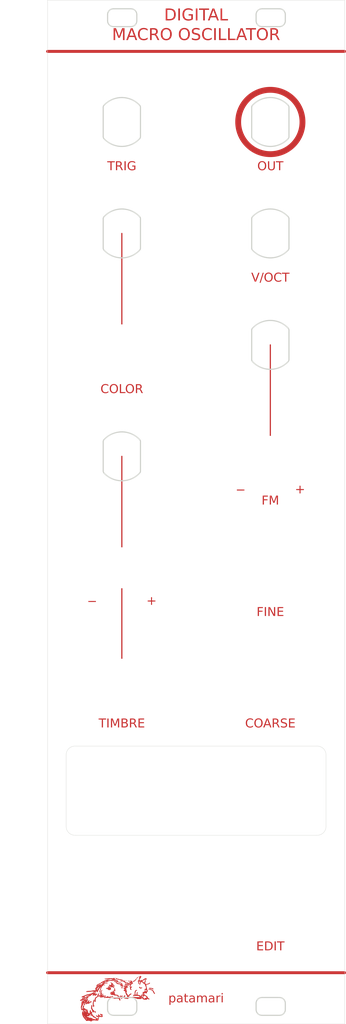
<source format=kicad_pcb>
(kicad_pcb (version 20240108) (generator "pcbnew") (generator_version "8.0")
  (layers (0 "F.Cu" signal) (31 "B.Cu" signal) (34 "B.Paste" user) (35 "F.Paste" user) (36 "B.SilkS" user "B.Silkscreen") (37 "F.SilkS" user "F.Silkscreen") (38 "B.Mask" user) (39 "F.Mask" user) (44 "Edge.Cuts" user))
  (net 0 "")
  (footprint "Library:4UMountingHole" (layer "F.Cu") (at 114.3 198.8)
    (property "Reference" "REF**" (hide yes))
    (property "Value" "4UMountingHole" (hide yes))
    (fp_line (start -2.4375 0.525) (end -2.4375 -0.525) (stroke (width 0.2)) (layer "Edge.Cuts"))
    (fp_line (start -1.4375 -1.525) (end 1.5625 -1.525) (stroke (width 0.2)) (layer "Edge.Cuts"))
    (fp_line (start 1.5625 1.525) (end -1.4375 1.525) (stroke (width 0.2)) (layer "Edge.Cuts"))
    (fp_line (start 2.5625 -0.525) (end 2.5625 0.525) (stroke (width 0.2)) (layer "Edge.Cuts"))
    (fp_arc (start -2.4375 -0.525) (mid -2.144607 -1.232107) (end -1.4375 -1.525) (stroke (width 0.2)) (layer "Edge.Cuts"))
    (fp_arc (start -1.4375 1.525) (mid -2.144607 1.232107) (end -2.4375 0.525) (stroke (width 0.2)) (layer "Edge.Cuts"))
    (fp_arc (start 1.5625 -1.525) (mid 2.269607 -1.232107) (end 2.5625 -0.525) (stroke (width 0.2)) (layer "Edge.Cuts"))
    (fp_arc (start 2.5625 0.525) (mid 2.269607 1.232107) (end 1.5625 1.525) (stroke (width 0.2)) (layer "Edge.Cuts"))
  )
  (footprint "Library:4UMountingHole" (layer "F.Cu") (at 88.9 29.8)
    (property "Reference" "REF**" (hide yes))
    (property "Value" "4UMountingHole" (hide yes))
    (fp_line (start -2.4375 0.525) (end -2.4375 -0.525) (stroke (width 0.2)) (layer "Edge.Cuts"))
    (fp_line (start -1.4375 -1.525) (end 1.5625 -1.525) (stroke (width 0.2)) (layer "Edge.Cuts"))
    (fp_line (start 1.5625 1.525) (end -1.4375 1.525) (stroke (width 0.2)) (layer "Edge.Cuts"))
    (fp_line (start 2.5625 -0.525) (end 2.5625 0.525) (stroke (width 0.2)) (layer "Edge.Cuts"))
    (fp_arc (start -2.4375 -0.525) (mid -2.144607 -1.232107) (end -1.4375 -1.525) (stroke (width 0.2)) (layer "Edge.Cuts"))
    (fp_arc (start -1.4375 1.525) (mid -2.144607 1.232107) (end -2.4375 0.525) (stroke (width 0.2)) (layer "Edge.Cuts"))
    (fp_arc (start 1.5625 -1.525) (mid 2.269607 -1.232107) (end 2.5625 -0.525) (stroke (width 0.2)) (layer "Edge.Cuts"))
    (fp_arc (start 2.5625 0.525) (mid 2.269607 1.232107) (end 1.5625 1.525) (stroke (width 0.2)) (layer "Edge.Cuts"))
  )
  (footprint "Library:BananaJackOutputMountingHole" (layer "F.Cu") (at 114.3 47.625)
    (property "Reference" "REF**" (hide yes))
    (property "Value" "BananaJackOutputMountingHole" (hide yes))
    (fp_circle (center 0 0) (end 5.5 0) (stroke (width 1)) (fill none) (layer "F.Cu"))
    (fp_line (start -3.188 2.506099) (end -3.188 -2.511302) (stroke (width 0.2)) (layer "Edge.Cuts"))
    (fp_line (start 3.188 -2.506303) (end 3.188 2.511298) (stroke (width 0.2)) (layer "Edge.Cuts"))
    (fp_arc (start -3.188 -2.511302) (mid -3.153031 -2.695004) (end -3.053 -2.853002) (stroke (width 0.2)) (layer "Edge.Cuts"))
    (fp_arc (start -3.053 -2.853002) (mid 0 -4.178569) (end 3.053 -2.853002) (stroke (width 0.2)) (layer "Edge.Cuts"))
    (fp_arc (start -3.053 2.852998) (mid -3.153958 2.692569) (end -3.188 2.506099) (stroke (width 0.2)) (layer "Edge.Cuts"))
    (fp_arc (start 3.053 -2.853002) (mid 3.153953 -2.692674) (end 3.188 -2.506303) (stroke (width 0.2)) (layer "Edge.Cuts"))
    (fp_arc (start 3.053 2.852998) (mid 0 4.178565) (end -3.053 2.852998) (stroke (width 0.2)) (layer "Edge.Cuts"))
    (fp_arc (start 3.188 2.511298) (mid 3.153032 2.695001) (end 3.053 2.852998) (stroke (width 0.2)) (layer "Edge.Cuts"))
    (fp_text user "OUT" (at 0 7.62 0) (layer "F.Cu") (effects (font (size 1.5 1.5) (thickness 0.1875))))
  )
  (footprint "Library:BananaJackInputMountingHole" (layer "F.Cu") (at 114.3 66.675)
    (property "Reference" "REF**" (hide yes))
    (property "Value" "BananaJackInputMountingHole" (hide yes))
    (fp_line (start -3.188 2.506099) (end -3.188 -2.511302) (stroke (width 0.2)) (layer "Edge.Cuts"))
    (fp_line (start 3.188 -2.506303) (end 3.188 2.511298) (stroke (width 0.2)) (layer "Edge.Cuts"))
    (fp_arc (start -3.188 -2.511302) (mid -3.153031 -2.695004) (end -3.053 -2.853002) (stroke (width 0.2)) (layer "Edge.Cuts"))
    (fp_arc (start -3.053 -2.853002) (mid 0 -4.178569) (end 3.053 -2.853002) (stroke (width 0.2)) (layer "Edge.Cuts"))
    (fp_arc (start -3.053 2.852998) (mid -3.153958 2.692569) (end -3.188 2.506099) (stroke (width 0.2)) (layer "Edge.Cuts"))
    (fp_arc (start 3.053 -2.853002) (mid 3.153953 -2.692674) (end 3.188 -2.506303) (stroke (width 0.2)) (layer "Edge.Cuts"))
    (fp_arc (start 3.053 2.852998) (mid 0 4.178565) (end -3.053 2.852998) (stroke (width 0.2)) (layer "Edge.Cuts"))
    (fp_arc (start 3.188 2.511298) (mid 3.153032 2.695001) (end 3.053 2.852998) (stroke (width 0.2)) (layer "Edge.Cuts"))
    (fp_text user "V/OCT" (at 0 7.62 0) (layer "F.Cu") (effects (font (size 1.5 1.5) (thickness 0.1875))))
  )
  (footprint "Library:4UMountingHole" (layer "F.Cu") (at 114.3 29.8)
    (property "Reference" "REF**" (hide yes))
    (property "Value" "4UMountingHole" (hide yes))
    (fp_line (start -2.4375 0.525) (end -2.4375 -0.525) (stroke (width 0.2)) (layer "Edge.Cuts"))
    (fp_line (start -1.4375 -1.525) (end 1.5625 -1.525) (stroke (width 0.2)) (layer "Edge.Cuts"))
    (fp_line (start 1.5625 1.525) (end -1.4375 1.525) (stroke (width 0.2)) (layer "Edge.Cuts"))
    (fp_line (start 2.5625 -0.525) (end 2.5625 0.525) (stroke (width 0.2)) (layer "Edge.Cuts"))
    (fp_arc (start -2.4375 -0.525) (mid -2.144607 -1.232107) (end -1.4375 -1.525) (stroke (width 0.2)) (layer "Edge.Cuts"))
    (fp_arc (start -1.4375 1.525) (mid -2.144607 1.232107) (end -2.4375 0.525) (stroke (width 0.2)) (layer "Edge.Cuts"))
    (fp_arc (start 1.5625 -1.525) (mid 2.269607 -1.232107) (end 2.5625 -0.525) (stroke (width 0.2)) (layer "Edge.Cuts"))
    (fp_arc (start 2.5625 0.525) (mid 2.269607 1.232107) (end 1.5625 1.525) (stroke (width 0.2)) (layer "Edge.Cuts"))
  )
  (footprint "Library:BananaJackInputMountingHole" (layer "F.Cu") (at 88.9 66.675)
    (property "Reference" "REF**" (hide yes))
    (property "Value" "BananaJackInputMountingHole" (hide yes))
    (fp_line (start -3.188 2.506099) (end -3.188 -2.511302) (stroke (width 0.2)) (layer "Edge.Cuts"))
    (fp_line (start 3.188 -2.506303) (end 3.188 2.511298) (stroke (width 0.2)) (layer "Edge.Cuts"))
    (fp_arc (start -3.188 -2.511302) (mid -3.153031 -2.695004) (end -3.053 -2.853002) (stroke (width 0.2)) (layer "Edge.Cuts"))
    (fp_arc (start -3.053 -2.853002) (mid 0 -4.178569) (end 3.053 -2.853002) (stroke (width 0.2)) (layer "Edge.Cuts"))
    (fp_arc (start -3.053 2.852998) (mid -3.153958 2.692569) (end -3.188 2.506099) (stroke (width 0.2)) (layer "Edge.Cuts"))
    (fp_arc (start 3.053 -2.853002) (mid 3.153953 -2.692674) (end 3.188 -2.506303) (stroke (width 0.2)) (layer "Edge.Cuts"))
    (fp_arc (start 3.053 2.852998) (mid 0 4.178565) (end -3.053 2.852998) (stroke (width 0.2)) (layer "Edge.Cuts"))
    (fp_arc (start 3.188 2.511298) (mid 3.153032 2.695001) (end 3.053 2.852998) (stroke (width 0.2)) (layer "Edge.Cuts"))
  )
  (footprint "MountingHole:MountingHole_6mm" (layer "F.Cu") (at 88.9 85.725)
    (property "Reference" "REF**" (hide yes))
    (property "Value" "MountingHole_6mm" (hide yes))
    (pad "" np_thru_hole circle (at 0 0) (size 7 7) (drill 7) (layers "F&B.Cu" "*.Mask"))
  )
  (footprint "Library:BananaJackInputMountingHole" (layer "F.Cu") (at 88.9 47.625)
    (property "Reference" "REF**" (hide yes))
    (property "Value" "BananaJackInputMountingHole" (hide yes))
    (fp_line (start -3.188 2.506099) (end -3.188 -2.511302) (stroke (width 0.2)) (layer "Edge.Cuts"))
    (fp_line (start 3.188 -2.506303) (end 3.188 2.511298) (stroke (width 0.2)) (layer "Edge.Cuts"))
    (fp_arc (start -3.188 -2.511302) (mid -3.153031 -2.695004) (end -3.053 -2.853002) (stroke (width 0.2)) (layer "Edge.Cuts"))
    (fp_arc (start -3.053 -2.853002) (mid 0 -4.178569) (end 3.053 -2.853002) (stroke (width 0.2)) (layer "Edge.Cuts"))
    (fp_arc (start -3.053 2.852998) (mid -3.153958 2.692569) (end -3.188 2.506099) (stroke (width 0.2)) (layer "Edge.Cuts"))
    (fp_arc (start 3.053 -2.853002) (mid 3.153953 -2.692674) (end 3.188 -2.506303) (stroke (width 0.2)) (layer "Edge.Cuts"))
    (fp_arc (start 3.053 2.852998) (mid 0 4.178565) (end -3.053 2.852998) (stroke (width 0.2)) (layer "Edge.Cuts"))
    (fp_arc (start 3.188 2.511298) (mid 3.153032 2.695001) (end 3.053 2.852998) (stroke (width 0.2)) (layer "Edge.Cuts"))
    (fp_text user "TRIG" (at 0 7.62 0) (layer "F.Cu") (effects (font (size 1.5 1.5) (thickness 0.1875))))
  )
  (footprint "MountingHole:MountingHole_6mm" (layer "F.Cu") (at 114.3 142.875)
    (property "Reference" "REF**" (hide yes))
    (property "Value" "MountingHole_6mm" (hide yes))
    (pad "" np_thru_hole circle (at 0 0) (size 7 7) (drill 7) (layers "F&B.Cu" "*.Mask"))
  )
  (footprint "MountingHole:MountingHole_3.2mm_M3" (layer "F.Cu") (at 80.01 186.69)
    (property "Reference" "REF**" (hide yes))
    (property "Value" "MountingHole_3.2mm_M3" (hide yes))
    (pad "" np_thru_hole circle (at 0 0) (size 3 3) (drill 3) (layers "F&B.Cu" "*.Mask"))
  )
  (footprint "MountingHole:MountingHole_6mm" (layer "F.Cu") (at 88.9 123.825)
    (property "Reference" "REF**" (hide yes))
    (property "Value" "MountingHole_6mm" (hide yes))
    (pad "" np_thru_hole circle (at 0 0) (size 7 7) (drill 7) (layers "F&B.Cu" "*.Mask"))
  )
  (footprint "MountingHole:MountingHole_6mm" (layer "F.Cu") (at 114.3 180.975)
    (property "Reference" "REF**" (hide yes))
    (property "Value" "MountingHole_6mm" (hide yes))
    (pad "" np_thru_hole circle (at 0 0) (size 7 7) (drill 7) (layers "F&B.Cu" "*.Mask"))
  )
  (footprint "MountingHole:MountingHole_6mm" (layer "F.Cu") (at 114.3 123.825)
    (property "Reference" "REF**" (hide yes))
    (property "Value" "MountingHole_6mm" (hide yes))
    (pad "" np_thru_hole circle (at 0 0) (size 7 7) (drill 7) (layers "F&B.Cu" "*.Mask"))
  )
  (footprint "MountingHole:MountingHole_6mm" (layer "F.Cu") (at 88.9 142.875)
    (property "Reference" "REF**" (hide yes))
    (property "Value" "MountingHole_6mm" (hide yes))
    (pad "" np_thru_hole circle (at 0 0) (size 7 7) (drill 7) (layers "F&B.Cu" "*.Mask"))
  )
  (footprint "Library:BananaJackInputMountingHole" (layer "F.Cu") (at 114.3 85.725)
    (property "Reference" "REF**" (hide yes))
    (property "Value" "BananaJackInputMountingHole" (hide yes))
    (fp_line (start -3.188 2.506099) (end -3.188 -2.511302) (stroke (width 0.2)) (layer "Edge.Cuts"))
    (fp_line (start 3.188 -2.506303) (end 3.188 2.511298) (stroke (width 0.2)) (layer "Edge.Cuts"))
    (fp_arc (start -3.188 -2.511302) (mid -3.153031 -2.695004) (end -3.053 -2.853002) (stroke (width 0.2)) (layer "Edge.Cuts"))
    (fp_arc (start -3.053 -2.853002) (mid 0 -4.178569) (end 3.053 -2.853002) (stroke (width 0.2)) (layer "Edge.Cuts"))
    (fp_arc (start -3.053 2.852998) (mid -3.153958 2.692569) (end -3.188 2.506099) (stroke (width 0.2)) (layer "Edge.Cuts"))
    (fp_arc (start 3.053 -2.853002) (mid 3.153953 -2.692674) (end 3.188 -2.506303) (stroke (width 0.2)) (layer "Edge.Cuts"))
    (fp_arc (start 3.053 2.852998) (mid 0 4.178565) (end -3.053 2.852998) (stroke (width 0.2)) (layer "Edge.Cuts"))
    (fp_arc (start 3.188 2.511298) (mid 3.153032 2.695001) (end 3.053 2.852998) (stroke (width 0.2)) (layer "Edge.Cuts"))
  )
  (footprint "Library:4UMountingHole" (layer "F.Cu") (at 88.9 198.8)
    (property "Reference" "REF**" (hide yes))
    (property "Value" "4UMountingHole" (hide yes))
    (fp_line (start -2.4375 0.525) (end -2.4375 -0.525) (stroke (width 0.2)) (layer "Edge.Cuts"))
    (fp_line (start -1.4375 -1.525) (end 1.5625 -1.525) (stroke (width 0.2)) (layer "Edge.Cuts"))
    (fp_line (start 1.5625 1.525) (end -1.4375 1.525) (stroke (width 0.2)) (layer "Edge.Cuts"))
    (fp_line (start 2.5625 -0.525) (end 2.5625 0.525) (stroke (width 0.2)) (layer "Edge.Cuts"))
    (fp_arc (start -2.4375 -0.525) (mid -2.144607 -1.232107) (end -1.4375 -1.525) (stroke (width 0.2)) (layer "Edge.Cuts"))
    (fp_arc (start -1.4375 1.525) (mid -2.144607 1.232107) (end -2.4375 0.525) (stroke (width 0.2)) (layer "Edge.Cuts"))
    (fp_arc (start 1.5625 -1.525) (mid 2.269607 -1.232107) (end 2.5625 -0.525) (stroke (width 0.2)) (layer "Edge.Cuts"))
    (fp_arc (start 2.5625 0.525) (mid 2.269607 1.232107) (end 1.5625 1.525) (stroke (width 0.2)) (layer "Edge.Cuts"))
  )
  (footprint "MountingHole:MountingHole_6mm" (layer "F.Cu") (at 114.3 104.775)
    (property "Reference" "REF**" (hide yes))
    (property "Value" "MountingHole_6mm" (hide yes))
    (pad "" np_thru_hole circle (at 0 0) (size 7 7) (drill 7) (layers "F&B.Cu" "*.Mask"))
  )
  (footprint "Library:BananaJackInputMountingHole" (layer "F.Cu") (at 88.9 104.775)
    (property "Reference" "REF**" (hide yes))
    (property "Value" "BananaJackInputMountingHole" (hide yes))
    (fp_line (start -3.188 2.506099) (end -3.188 -2.511302) (stroke (width 0.2)) (layer "Edge.Cuts"))
    (fp_line (start 3.188 -2.506303) (end 3.188 2.511298) (stroke (width 0.2)) (layer "Edge.Cuts"))
    (fp_arc (start -3.188 -2.511302) (mid -3.153031 -2.695004) (end -3.053 -2.853002) (stroke (width 0.2)) (layer "Edge.Cuts"))
    (fp_arc (start -3.053 -2.853002) (mid 0 -4.178569) (end 3.053 -2.853002) (stroke (width 0.2)) (layer "Edge.Cuts"))
    (fp_arc (start -3.053 2.852998) (mid -3.153958 2.692569) (end -3.188 2.506099) (stroke (width 0.2)) (layer "Edge.Cuts"))
    (fp_arc (start 3.053 -2.853002) (mid 3.153953 -2.692674) (end 3.188 -2.506303) (stroke (width 0.2)) (layer "Edge.Cuts"))
    (fp_arc (start 3.053 2.852998) (mid 0 4.178565) (end -3.053 2.852998) (stroke (width 0.2)) (layer "Edge.Cuts"))
    (fp_arc (start 3.188 2.511298) (mid 3.153032 2.695001) (end 3.053 2.852998) (stroke (width 0.2)) (layer "Edge.Cuts"))
  )
  (gr_poly (pts (xy 92.068148 195.577001) (xy 92.11117 195.596603) (xy 92.154192 195.616205) (xy 92.194979 195.587637) (xy 92.235765 195.559069) (xy 92.347069 195.559069) (xy 92.369027 195.585527) (xy 92.390986 195.611985) (xy 92.371044 195.636014) (xy 92.351102 195.660042) (xy 92.261422 195.706569) (xy 92.171743 195.753097) (xy 92.124865 195.752407) (xy 92.077985 195.751717) (xy 92.02507 195.728097) (xy 91.972153 195.704477) (xy 91.92134 195.65045) (xy 91.870527 195.596423) (xy 91.868422 195.529239) (xy 91.866317 195.462055) (xy 91.930173 195.456717) (xy 91.994029 195.451379)) (stroke (width -0.000001)) (fill solid) (layer "F.Cu"))
  (gr_line (start 114.3 85.725) (end 114.3 104.775) (stroke (width 0.2)) (layer "F.Cu"))
  (gr_poly (pts (xy 88.957062 195.566145) (xy 89.052918 195.61153) (xy 89.052918 195.678768) (xy 89.025016 195.689474) (xy 88.997116 195.70018) (xy 88.985329 195.69795) (xy 88.973542 195.69572) (xy 88.902987 195.678229) (xy 88.832431 195.660736) (xy 88.809256 195.654121) (xy 88.786081 195.647507) (xy 88.791617 195.590203) (xy 88.797154 195.5329) (xy 88.829181 195.52683) (xy 88.861207 195.52076)) (stroke (width -0.000001)) (fill solid) (layer "F.Cu"))
  (gr_poly (pts (xy 85.297076 200.092556) (xy 85.410487 200.109547) (xy 85.511911 200.129773) (xy 85.613334 200.150001) (xy 85.613334 200.182209) (xy 85.557579 200.290027) (xy 85.613334 200.460488) (xy 85.613334 200.564192) (xy 85.586618 200.586365) (xy 85.559902 200.608536) (xy 85.441097 200.616981) (xy 85.322292 200.625426) (xy 85.209008 200.579329) (xy 85.095724 200.533233) (xy 85.066529 200.533233) (xy 85.066529 200.674345) (xy 85.000383 200.6717) (xy 84.934237 200.669055) (xy 84.881321 200.662046) (xy 84.828404 200.655031) (xy 84.701938 200.594293) (xy 84.575473 200.533556) (xy 84.52114 200.46764) (xy 84.466807 200.401726) (xy 84.466807 200.373729) (xy 84.512211 200.353042) (xy 84.557615 200.332354) (xy 84.591347 200.35342) (xy 84.625078 200.374486) (xy 84.689963 200.374486) (xy 84.73139 200.418583) (xy 84.772818 200.46268) (xy 84.819585 200.46268) (xy 84.819585 200.497957) (xy 84.89014 200.497957) (xy 84.89014 200.461274) (xy 84.854863 200.392124) (xy 84.819585 200.322973) (xy 84.819585 200.231054) (xy 84.856104 200.162819) (xy 84.960696 200.162819) (xy 84.960696 200.233153) (xy 85.033898 200.28618) (xy 85.1071 200.339207) (xy 85.152971 200.339207) (xy 85.167076 200.361406) (xy 85.181182 200.383603) (xy 85.269376 200.414409) (xy 85.357571 200.445215) (xy 85.397258 200.445115) (xy 85.436946 200.445015) (xy 85.436385 200.422967) (xy 85.435824 200.400918) (xy 85.412392 200.370051) (xy 85.38896 200.339208) (xy 85.352525 200.339208) (xy 85.343209 200.31493) (xy 85.333893 200.290651) (xy 85.283995 200.296657) (xy 85.234098 200.302663) (xy 85.264967 200.293184) (xy 85.295834 200.283705) (xy 85.295834 200.249029) (xy 85.216459 200.213918) (xy 85.137084 200.178807) (xy 85.137084 200.114222) (xy 85.160374 200.094893) (xy 85.183664 200.075564)) (stroke (width -0.000001)) (fill solid) (layer "F.Cu"))
  (gr_poly (pts (xy 87.604912 193.95136) (xy 87.672358 193.971568) (xy 87.786692 193.971568) (xy 87.775986 193.999469) (xy 87.765279 194.02737) (xy 87.765279 194.041406) (xy 87.694724 194.077401) (xy 87.624168 194.113396) (xy 87.624168 194.142294) (xy 87.669095 194.162764) (xy 87.714022 194.183234) (xy 87.76616 194.183234) (xy 87.865973 194.218315) (xy 87.965785 194.253397) (xy 88.012018 194.29769) (xy 88.05825 194.341984) (xy 88.115974 194.341984) (xy 88.126876 194.324345) (xy 88.137777 194.306706) (xy 88.188611 194.306706) (xy 88.189651 194.364033) (xy 88.190691 194.421359) (xy 88.229338 194.49911) (xy 88.267984 194.576861) (xy 88.356179 194.601058) (xy 88.444372 194.625254) (xy 88.678129 194.697781) (xy 88.736772 194.735959) (xy 88.795414 194.774137) (xy 88.893296 194.827054) (xy 88.991179 194.879971) (xy 88.991179 194.932541) (xy 88.939261 194.941534) (xy 88.887345 194.950527) (xy 88.890755 194.963755) (xy 88.894165 194.976985) (xy 88.894165 195.011846) (xy 88.966232 195.02337) (xy 89.038298 195.034893) (xy 89.047949 195.060042) (xy 89.057599 195.08519) (xy 89.037618 195.105171) (xy 89.017636 195.125152) (xy 89.017636 195.166603) (xy 89.069594 195.176995) (xy 89.121551 195.187386) (xy 89.14077 195.223297) (xy 89.159989 195.259208) (xy 89.141108 195.294485) (xy 89.122228 195.329763) (xy 89.087019 195.329763) (xy 88.999997 195.285666) (xy 88.912976 195.241569) (xy 88.858886 195.241569) (xy 88.858886 195.2781) (xy 88.933984 195.310291) (xy 89.009082 195.342481) (xy 89.066275 195.390606) (xy 89.12347 195.438732) (xy 89.12347 195.506152) (xy 89.048543 195.506152) (xy 88.942885 195.435596) (xy 88.837227 195.365041) (xy 88.775956 195.365041) (xy 88.720407 195.345676) (xy 88.664859 195.326312) (xy 88.664859 195.278846) (xy 88.704547 195.250518) (xy 88.744234 195.22219) (xy 88.695727 195.186311) (xy 88.64722 195.150432) (xy 88.64722 195.03244) (xy 88.545797 195.021976) (xy 88.444372 195.011511) (xy 88.325697 194.994145) (xy 88.207021 194.976779) (xy 88.11706 194.957486) (xy 88.027098 194.938193) (xy 87.994255 194.861574) (xy 87.961413 194.784955) (xy 87.907441 194.757045) (xy 87.85347 194.729135) (xy 87.85347 194.67173) (xy 87.941669 194.67173) (xy 88.085671 194.749392) (xy 88.229673 194.827055) (xy 88.478136 194.882243) (xy 88.726599 194.937431) (xy 88.785395 194.939569) (xy 88.844191 194.941708) (xy 88.836926 194.919659) (xy 88.829662 194.897611) (xy 88.759349 194.843822) (xy 88.689036 194.790034) (xy 88.584345 194.766877) (xy 88.479654 194.743721) (xy 88.321619 194.692784) (xy 88.163585 194.641847) (xy 87.941669 194.641847) (xy 87.941669 194.67173) (xy 87.85347 194.67173) (xy 87.85347 194.62488) (xy 87.774095 194.606198) (xy 87.650623 194.593154) (xy 87.527151 194.580111) (xy 87.527151 194.491916) (xy 87.693124 194.486807) (xy 87.859099 194.481698) (xy 87.937862 194.508535) (xy 88.016624 194.535373) (xy 88.029696 194.527294) (xy 88.042767 194.519216) (xy 88.034892 194.478021) (xy 88.027016 194.436826) (xy 87.825451 194.392109) (xy 87.576672 194.397915) (xy 87.327894 194.403721) (xy 87.293842 194.434589) (xy 87.25979 194.465458) (xy 87.202029 194.465458) (xy 87.140881 194.436298) (xy 87.079733 194.407139) (xy 86.845788 194.434666) (xy 86.611843 194.462193) (xy 86.593247 194.488755) (xy 86.574651 194.515318) (xy 86.556354 194.545711) (xy 86.538056 194.576104) (xy 86.425993 194.591429) (xy 86.313931 194.606755) (xy 86.256772 194.642081) (xy 86.199612 194.677408) (xy 86.128246 194.682187) (xy 86.056879 194.686966) (xy 85.992568 194.741066) (xy 85.944061 194.771238) (xy 85.895554 194.80141) (xy 85.895554 194.84945) (xy 86.014616 194.840432) (xy 86.133679 194.831413) (xy 86.162006 194.806751) (xy 86.190332 194.78209) (xy 86.298711 194.762999) (xy 86.407091 194.743908) (xy 86.433544 194.75406) (xy 86.459998 194.764211) (xy 86.459998 194.815715) (xy 86.43051 194.845203) (xy 86.401022 194.874691) (xy 86.336934 194.864443) (xy 86.272845 194.854195) (xy 86.23854 194.877929) (xy 86.204234 194.901663) (xy 86.098401 194.914565) (xy 85.992568 194.927467) (xy 85.968028 194.947816) (xy 85.943488 194.968165) (xy 85.879833 194.986269) (xy 85.816179 195.004373) (xy 85.810827 195.067993) (xy 85.805476 195.131613) (xy 85.884049 195.122757) (xy 85.962623 195.1139) (xy 85.98364 195.153169) (xy 86.004655 195.192438) (xy 85.971326 195.225767) (xy 85.87775 195.190211) (xy 85.784174 195.154655) (xy 85.734031 195.184275) (xy 85.683887 195.213895) (xy 85.683887 195.240153) (xy 85.594374 195.323883) (xy 85.504861 195.407612) (xy 85.451318 195.514208) (xy 85.397776 195.620803) (xy 85.354124 195.735456) (xy 85.310471 195.850109) (xy 85.293389 195.920665) (xy 85.276307 195.99122) (xy 85.249487 196.070596) (xy 85.222668 196.149971) (xy 85.21833 196.269384) (xy 85.213991 196.388797) (xy 85.193654 196.409135) (xy 85.173317 196.429472) (xy 85.129227 196.409384) (xy 85.085138 196.389295) (xy 85.073849 196.344318) (xy 85.062561 196.29934) (xy 85.089562 196.171738) (xy 85.116563 196.044137) (xy 85.178102 195.876568) (xy 85.239641 195.708998) (xy 85.277244 195.633461) (xy 85.314846 195.557925) (xy 85.303278 195.539207) (xy 85.29171 195.52049) (xy 85.212536 195.597105) (xy 85.133361 195.673721) (xy 85.063078 195.767722) (xy 84.992794 195.861723) (xy 84.952065 195.953819) (xy 84.911336 196.045914) (xy 84.855099 196.129242) (xy 84.798861 196.21257) (xy 84.782214 196.27286) (xy 84.765567 196.33315) (xy 84.730839 196.344173) (xy 84.69611 196.355196) (xy 84.662306 196.344467) (xy 84.628503 196.333738) (xy 84.591949 196.228881) (xy 84.564615 196.218392) (xy 84.537281 196.207903) (xy 84.494648 196.218603) (xy 84.452015 196.229303) (xy 84.421297 196.321929) (xy 84.390579 196.414554) (xy 84.358136 196.472417) (xy 84.325693 196.53028) (xy 84.325693 196.544503) (xy 84.422707 196.555666) (xy 84.419034 196.660039) (xy 84.415361 196.764412) (xy 84.489716 196.691439) (xy 84.564071 196.618465) (xy 84.608042 196.6293) (xy 84.652013 196.640136) (xy 84.69611 196.674638) (xy 84.69611 196.758039) (xy 84.637713 196.78244) (xy 84.579316 196.806839) (xy 84.514142 196.882981) (xy 84.448967 196.959123) (xy 84.365281 196.955187) (xy 84.281596 196.951252) (xy 84.251846 196.942244) (xy 84.222095 196.933236) (xy 84.216568 196.895764) (xy 84.211041 196.858293) (xy 84.192166 196.85209) (xy 84.173291 196.845886) (xy 84.13043 196.88326) (xy 84.087568 196.920633) (xy 83.992537 196.970064) (xy 83.949162 196.953572) (xy 83.905787 196.937081) (xy 83.894533 196.918872) (xy 83.88328 196.900663) (xy 83.908653 196.851597) (xy 83.934026 196.802531) (xy 83.97111 196.768971) (xy 84.008193 196.735411) (xy 84.008193 196.701092) (xy 83.938261 196.712275) (xy 83.868328 196.723458) (xy 83.801559 196.766747) (xy 83.734791 196.810036) (xy 83.681874 196.870632) (xy 83.607382 196.940329) (xy 83.53289 197.010026) (xy 83.413354 197.050092) (xy 83.293819 197.090157) (xy 83.249721 197.10036) (xy 83.205624 197.110563) (xy 83.082152 197.188041) (xy 83.124358 197.198524) (xy 83.166563 197.209006) (xy 83.18182 197.25025) (xy 83.197078 197.291495) (xy 83.134249 197.349044) (xy 83.07142 197.406593) (xy 82.995424 197.445679) (xy 82.919429 197.484765) (xy 82.829903 197.558203) (xy 82.740376 197.631642) (xy 82.737165 197.645294) (xy 82.733953 197.658948) (xy 82.744452 197.71144) (xy 82.75495 197.763933) (xy 82.79111 197.763933) (xy 82.79111 197.715069) (xy 82.872646 197.616029) (xy 82.954181 197.516989) (xy 83.036641 197.516989) (xy 83.058183 197.58889) (xy 83.079726 197.660791) (xy 83.047978 197.760869) (xy 83.016231 197.860947) (xy 82.999037 197.913864) (xy 82.981843 197.96678) (xy 82.958358 198.063648) (xy 82.934873 198.160517) (xy 82.940814 198.166458) (xy 82.946755 198.172399) (xy 83.036146 198.034312) (xy 83.125538 197.896224) (xy 83.195121 197.819648) (xy 83.264704 197.743072) (xy 83.301311 197.754691) (xy 83.337918 197.76631) (xy 83.337918 197.886623) (xy 83.290388 197.983534) (xy 83.242858 198.080447) (xy 83.252614 198.090203) (xy 83.26237 198.099958) (xy 83.342627 198.065557) (xy 83.422883 198.031155) (xy 83.452571 197.978813) (xy 83.558189 197.94325) (xy 83.663808 197.907688) (xy 83.686071 197.926165) (xy 83.708335 197.944642) (xy 83.708335 198.047759) (xy 83.621744 198.13435) (xy 83.514389 198.13435) (xy 83.426057 198.19781) (xy 83.337725 198.26127) (xy 83.32709 198.303643) (xy 83.316455 198.346016) (xy 83.158153 198.346016) (xy 83.107206 198.315921) (xy 83.05626 198.285826) (xy 83.002848 198.340457) (xy 82.949437 198.395087) (xy 82.886455 198.406902) (xy 82.823473 198.418718) (xy 82.780835 198.39078) (xy 82.738196 198.362843) (xy 82.738196 198.345538) (xy 82.753855 198.31491) (xy 82.769514 198.284281) (xy 82.800902 198.14759) (xy 82.83229 198.010899) (xy 82.821379 197.999988) (xy 82.810469 197.989077) (xy 82.797893 198.039183) (xy 82.785317 198.089289) (xy 82.726524 198.186785) (xy 82.667731 198.284282) (xy 82.667686 198.310461) (xy 82.667641 198.33664) (xy 82.620697 198.433933) (xy 82.573753 198.531227) (xy 82.562192 198.556507) (xy 82.55063 198.581786) (xy 82.523338 198.599001) (xy 82.496047 198.616216) (xy 82.467191 198.605143) (xy 82.438335 198.59407) (xy 82.438335 198.403693) (xy 82.508891 198.313996) (xy 82.508891 198.222546) (xy 82.436016 198.222546) (xy 82.404255 198.239544) (xy 82.372493 198.256542) (xy 82.361142 198.327532) (xy 82.34979 198.398522) (xy 82.315585 198.464874) (xy 82.281381 198.531227) (xy 82.263641 198.578785) (xy 82.245902 198.626343) (xy 82.185263 198.637719) (xy 82.124623 198.649095) (xy 82.133653 198.716416) (xy 82.142682 198.783735) (xy 82.112184 198.84269) (xy 82.081685 198.901644) (xy 82.066401 198.963381) (xy 82.051117 199.025117) (xy 82.069767 199.122141) (xy 82.088416 199.219164) (xy 82.112598 199.252235) (xy 82.136779 199.285305) (xy 82.16178 199.275712) (xy 82.186781 199.266118) (xy 82.189344 199.147926) (xy 82.191907 199.029733) (xy 82.216793 198.989839) (xy 82.229756 198.901645) (xy 82.24272 198.813451) (xy 82.254401 198.755676) (xy 82.266082 198.697902) (xy 82.303217 198.671892) (xy 82.340352 198.645882) (xy 82.416377 198.645882) (xy 82.453292 198.690361) (xy 82.410977 198.884197) (xy 82.368662 199.078034) (xy 82.368222 199.119881) (xy 82.367782 199.161728) (xy 82.396213 199.138132) (xy 82.424645 199.114536) (xy 82.481231 199.119411) (xy 82.537818 199.124286) (xy 82.556144 199.083521) (xy 82.57447 199.042756) (xy 82.586758 199.098158) (xy 82.599045 199.153561) (xy 82.697105 199.261921) (xy 82.795165 199.370281) (xy 82.815189 199.343156) (xy 82.835212 199.316031) (xy 82.889612 199.300527) (xy 82.944012 199.285024) (xy 82.973397 199.301469) (xy 83.002782 199.317913) (xy 83.002782 199.348731) (xy 82.957147 199.402966) (xy 82.911513 199.457199) (xy 82.93813 199.467413) (xy 82.964747 199.477628) (xy 83.03574 199.439633) (xy 83.108615 199.439633) (xy 83.108615 199.472829) (xy 83.093293 199.482298) (xy 83.077971 199.491768) (xy 83.066734 199.562042) (xy 83.055497 199.632314) (xy 83.117974 199.76069) (xy 83.18045 199.889065) (xy 83.236187 199.946571) (xy 83.291924 200.004077) (xy 83.337447 200.004077) (xy 83.362848 199.943286) (xy 83.388248 199.882494) (xy 83.400537 199.736028) (xy 83.412825 199.589563) (xy 83.435946 199.532865) (xy 83.459068 199.476165) (xy 83.504557 199.464749) (xy 83.550045 199.453332) (xy 83.602504 199.496868) (xy 83.602504 199.544142) (xy 83.638094 199.639264) (xy 83.673684 199.734387) (xy 83.743927 199.761979) (xy 83.81417 199.789571) (xy 83.81417 199.8742) (xy 83.78752 199.963942) (xy 83.760869 200.053684) (xy 83.778809 200.100869) (xy 83.796749 200.148054) (xy 83.818689 200.140817) (xy 83.840629 200.133581) (xy 83.859737 200.095601) (xy 83.878845 200.057622) (xy 83.91111 200.081215) (xy 83.943375 200.104807) (xy 83.932243 200.133816) (xy 83.921111 200.162826) (xy 83.870861 200.162826) (xy 83.859606 200.192155) (xy 83.848351 200.221486) (xy 83.946462 200.325279) (xy 84.045675 200.393138) (xy 84.144887 200.460998) (xy 84.15501 200.487378) (xy 84.165133 200.513758) (xy 84.222505 200.543426) (xy 84.279876 200.573093) (xy 84.304047 200.597264) (xy 84.328218 200.621435) (xy 84.380893 200.621435) (xy 84.422958 200.671426) (xy 84.465023 200.721419) (xy 84.549701 200.762176) (xy 84.634379 200.802934) (xy 84.744971 200.854109) (xy 84.77787 200.847946) (xy 84.810768 200.841782) (xy 84.845006 200.766101) (xy 84.879244 200.69042) (xy 84.914838 200.695614) (xy 84.950433 200.700809) (xy 84.961152 200.744906) (xy 84.971872 200.789004) (xy 84.958577 200.84192) (xy 84.945281 200.894837) (xy 84.917951 201.00067) (xy 84.890622 201.106503) (xy 84.881385 201.154378) (xy 84.872149 201.202253) (xy 84.797361 201.222945) (xy 84.722573 201.243637) (xy 84.581462 201.222013) (xy 84.440351 201.200389) (xy 84.256361 201.184469) (xy 84.072371 201.168548) (xy 84.038463 201.199262) (xy 84.004555 201.229976) (xy 83.761339 201.229976) (xy 83.761295 201.285415) (xy 83.761251 201.340854) (xy 83.733351 201.351562) (xy 83.70545 201.362268) (xy 83.667205 201.359623) (xy 83.62896 201.356978) (xy 83.577628 201.349358) (xy 83.526296 201.341737) (xy 83.489434 201.319246) (xy 83.452571 201.296756) (xy 83.350366 201.265886) (xy 83.248162 201.235017) (xy 83.191616 201.246474) (xy 83.135071 201.257932) (xy 83.024947 201.268048) (xy 82.914823 201.278164) (xy 82.818287 201.266103) (xy 82.72175 201.254042) (xy 82.741164 201.222957) (xy 82.760577 201.191871) (xy 82.729922 201.145087) (xy 82.699268 201.098303) (xy 82.639357 201.061276) (xy 82.579446 201.024248) (xy 82.579446 200.962568) (xy 82.508271 200.887421) (xy 82.717606 200.887421) (xy 82.794047 200.95655) (xy 82.870488 201.025678) (xy 82.892536 201.026403) (xy 82.914585 201.027128) (xy 82.914585 200.978314) (xy 82.843979 200.914525) (xy 82.773372 200.850736) (xy 82.740278 200.850736) (xy 82.728942 200.869079) (xy 82.717606 200.887421) (xy 82.508271 200.887421) (xy 82.495661 200.874108) (xy 82.411877 200.785648) (xy 82.378439 200.733305) (xy 82.597085 200.733305) (xy 82.625901 200.765146) (xy 82.654716 200.796988) (xy 82.669998 200.787543) (xy 82.685279 200.778099) (xy 82.685279 200.762542) (xy 83.494586 200.762542) (xy 83.531946 200.762542) (xy 83.531946 200.727264) (xy 83.516389 200.727264) (xy 83.505488 200.744903) (xy 83.494586 200.762542) (xy 82.685279 200.762542) (xy 82.685279 200.747423) (xy 82.657561 200.719704) (xy 82.629843 200.691986) (xy 82.597085 200.691986) (xy 82.597085 200.733305) (xy 82.378439 200.733305) (xy 82.326509 200.652015) (xy 82.270127 200.563757) (xy 82.473613 200.563757) (xy 82.510171 200.610233) (xy 82.546729 200.656709) (xy 82.573567 200.656709) (xy 82.584622 200.645653) (xy 82.595678 200.634597) (xy 82.56947 200.583917) (xy 82.543262 200.533236) (xy 82.529415 200.533236) (xy 82.501514 200.52253) (xy 82.4779 200.513469) (xy 82.931461 200.513469) (xy 82.976815 200.555523) (xy 83.022169 200.597577) (xy 83.110314 200.620168) (xy 83.198459 200.642759) (xy 83.316696 200.701061) (xy 83.434932 200.759363) (xy 83.455327 200.733388) (xy 83.475722 200.707412) (xy 83.611321 200.729938) (xy 83.659828 200.748383) (xy 83.708335 200.766828) (xy 83.708335 200.798699) (xy 83.756842 200.815899) (xy 83.805349 200.833098) (xy 83.893543 200.876768) (xy 83.981738 200.920436) (xy 84.131668 200.962771) (xy 84.281599 201.005107) (xy 84.374203 201.007297) (xy 84.466807 201.009492) (xy 84.466807 200.974881) (xy 84.510904 200.963813) (xy 84.555002 200.952746) (xy 84.554358 200.941429) (xy 84.553714 200.930112) (xy 84.477104 200.881605) (xy 84.400495 200.833098) (xy 84.345855 200.833098) (xy 84.318136 200.80538) (xy 84.290418 200.777662) (xy 84.290418 200.798377) (xy 84.241339 200.743448) (xy 84.19226 200.688518) (xy 84.104638 200.678885) (xy 84.017016 200.66925) (xy 84.004717 200.650216) (xy 83.992419 200.631183) (xy 84.031676 200.606921) (xy 83.980249 200.55607) (xy 83.928821 200.505219) (xy 83.872795 200.482349) (xy 83.816769 200.45948) (xy 83.780191 200.471089) (xy 83.743613 200.482699) (xy 83.743613 200.427405) (xy 83.708335 200.427405) (xy 83.708335 200.337665) (xy 83.677467 200.342847) (xy 83.646599 200.34803) (xy 83.650727 200.303933) (xy 83.654856 200.259836) (xy 83.630432 200.18928) (xy 83.606008 200.118724) (xy 83.532003 200.107458) (xy 83.514336 200.153927) (xy 83.496669 200.200395) (xy 83.496669 200.272973) (xy 83.523127 200.251015) (xy 83.549585 200.229057) (xy 83.576044 200.251015) (xy 83.602502 200.272973) (xy 83.602502 200.313699) (xy 83.507002 200.312234) (xy 83.411503 200.310769) (xy 83.385364 200.289076) (xy 83.359224 200.267382) (xy 83.320398 200.330204) (xy 83.281571 200.393027) (xy 83.291326 200.418446) (xy 83.30108 200.443867) (xy 83.41456 200.433269) (xy 83.52804 200.422672) (xy 83.569196 200.451498) (xy 83.610352 200.480325) (xy 82.951945 200.480325) (xy 82.941703 200.496897) (xy 82.931461 200.513469) (xy 82.4779 200.513469) (xy 82.473613 200.511824) (xy 82.473613 200.563757) (xy 82.270127 200.563757) (xy 82.241141 200.518383) (xy 82.219924 200.456801) (xy 82.403057 200.456801) (xy 82.414817 200.46856) (xy 82.426576 200.480319) (xy 82.455974 200.480319) (xy 82.455974 200.446928) (xy 82.455974 200.413537) (xy 82.429516 200.403384) (xy 82.403057 200.393231) (xy 82.403057 200.456801) (xy 82.219924 200.456801) (xy 82.214881 200.442164) (xy 82.188621 200.365944) (xy 82.173897 200.348166) (xy 82.159173 200.330389) (xy 82.122639 200.17918) (xy 82.11912 200.164614) (xy 82.963039 200.164614) (xy 83.003623 200.207813) (xy 83.044207 200.251013) (xy 83.073335 200.251013) (xy 83.073335 200.127541) (xy 83.040942 200.127541) (xy 83.01319 200.116891) (xy 82.985438 200.106241) (xy 82.963039 200.164614) (xy 82.11912 200.164614) (xy 82.086105 200.027971) (xy 82.111274 199.884817) (xy 82.136443 199.741663) (xy 82.146803 199.721218) (xy 82.275919 199.721218) (xy 82.32185 199.775804) (xy 82.36778 199.830389) (xy 82.36778 199.86296) (xy 82.403058 199.86296) (xy 82.402717 199.84091) (xy 82.402377 199.818862) (xy 82.379521 199.730688) (xy 82.356666 199.642514) (xy 82.298485 199.63131) (xy 82.287202 199.676264) (xy 82.275919 199.721218) (xy 82.146803 199.721218) (xy 82.166044 199.683248) (xy 82.195645 199.624834) (xy 82.22271 199.593966) (xy 82.249775 199.563098) (xy 82.314863 199.563098) (xy 82.314238 199.523411) (xy 82.313613 199.483724) (xy 82.291451 199.443817) (xy 82.270868 199.406752) (xy 82.491252 199.406752) (xy 82.491671 199.430805) (xy 82.51591 199.521841) (xy 82.540148 199.612876) (xy 82.553419 199.634348) (xy 82.56669 199.655821) (xy 82.582764 199.627097) (xy 82.598838 199.598374) (xy 82.67913 199.598374) (xy 82.714939 199.638062) (xy 82.750747 199.677749) (xy 82.783552 199.735075) (xy 82.816358 199.792401) (xy 82.84403 199.792401) (xy 82.843764 199.770354) (xy 82.843498 199.748306) (xy 82.819158 199.678367) (xy 82.794817 199.608429) (xy 82.773967 199.601479) (xy 82.753117 199.594528) (xy 82.666241 199.505338) (xy 82.579364 199.416147) (xy 82.535308 199.411452) (xy 82.491252 199.406752) (xy 82.270868 199.406752) (xy 82.269289 199.403909) (xy 82.23475 199.430026) (xy 82.20021 199.456143) (xy 82.135418 199.456703) (xy 82.070625 199.457263) (xy 82.018787 199.413645) (xy 81.966949 199.370026) (xy 81.962656 199.35143) (xy 82.450094 199.35143) (xy 82.497131 199.35143) (xy 82.485372 199.339671) (xy 82.473613 199.327912) (xy 82.461854 199.339671) (xy 82.450094 199.35143) (xy 81.962656 199.35143) (xy 81.945463 199.276943) (xy 81.923977 199.183861) (xy 81.905472 199.031847) (xy 81.886967 198.879833) (xy 81.92494 198.762292) (xy 81.962914 198.644751) (xy 81.985055 198.470856) (xy 82.007195 198.296961) (xy 81.983257 198.260907) (xy 81.959318 198.224854) (xy 81.995658 198.17519) (xy 82.031997 198.125526) (xy 82.039014 198.061785) (xy 82.470291 198.061785) (xy 82.494484 198.10093) (xy 82.514563 198.094237) (xy 82.534642 198.087544) (xy 82.565793 198.000703) (xy 82.596943 197.91386) (xy 82.597014 197.900631) (xy 82.597085 197.887402) (xy 82.548225 197.887402) (xy 82.520536 197.929662) (xy 82.492846 197.971922) (xy 82.470291 198.061785) (xy 82.039014 198.061785) (xy 82.04656 197.993235) (xy 82.15331 197.993235) (xy 82.185241 197.993235) (xy 82.221531 197.953549) (xy 82.25782 197.913861) (xy 82.28948 197.852125) (xy 82.32114 197.790389) (xy 82.332786 197.715804) (xy 82.344433 197.641219) (xy 82.253127 197.662961) (xy 82.232047 197.679523) (xy 82.210968 197.696085) (xy 82.19149 197.796153) (xy 82.172012 197.896221) (xy 82.162661 197.944728) (xy 82.15331 197.993235) (xy 82.04656 197.993235) (xy 82.051124 197.951773) (xy 82.070251 197.778021) (xy 82.060831 197.7686) (xy 82.051411 197.75918) (xy 81.993519 197.782273) (xy 81.935627 197.805365) (xy 81.887018 197.838837) (xy 81.838409 197.872309) (xy 81.807643 197.866479) (xy 81.776877 197.860649) (xy 81.771895 197.799059) (xy 81.766914 197.73747) (xy 81.853314 197.673743) (xy 81.898441 197.640458) (xy 82.50889 197.640458) (xy 82.528902 197.640458) (xy 82.60124 197.583132) (xy 82.673577 197.525805) (xy 82.8029 197.403762) (xy 82.932224 197.281719) (xy 82.932224 197.252402) (xy 82.879409 197.252402) (xy 82.813212 197.311117) (xy 82.747016 197.369832) (xy 82.646152 197.426744) (xy 82.545289 197.483656) (xy 82.527188 197.548828) (xy 82.509087 197.613999) (xy 82.508989 197.627229) (xy 82.50889 197.640458) (xy 81.898441 197.640458) (xy 81.939714 197.610016) (xy 82.023515 197.568163) (xy 82.107317 197.526311) (xy 82.148761 197.432598) (xy 82.171247 197.381752) (xy 82.297224 197.381752) (xy 82.297224 197.44643) (xy 82.310453 197.446379) (xy 82.323682 197.446329) (xy 82.380535 197.411633) (xy 82.437388 197.376969) (xy 82.448918 197.331034) (xy 82.460447 197.285098) (xy 82.417721 197.243583) (xy 82.357472 197.312667) (xy 82.297224 197.381752) (xy 82.171247 197.381752) (xy 82.190205 197.338886) (xy 82.226076 197.28851) (xy 82.261946 197.238134) (xy 82.261946 197.199484) (xy 82.207788 197.199484) (xy 82.16444 197.227886) (xy 82.121092 197.256289) (xy 82.076866 197.245189) (xy 82.032641 197.234089) (xy 82.032641 197.167091) (xy 82.042933 197.140268) (xy 82.053226 197.113445) (xy 82.058537 197.110668) (xy 82.520639 197.110668) (xy 82.548918 197.168306) (xy 82.577198 197.225944) (xy 82.586588 197.256812) (xy 82.595978 197.287679) (xy 82.630026 197.287679) (xy 82.740625 197.198919) (xy 82.851223 197.110158) (xy 82.896133 197.099163) (xy 82.941043 197.088168) (xy 83.002464 197.046813) (xy 83.063885 197.005458) (xy 83.103145 197.005458) (xy 83.134412 196.970909) (xy 83.165679 196.93636) (xy 83.256208 196.906824) (xy 83.346738 196.877288) (xy 83.361504 196.868826) (xy 83.37627 196.860365) (xy 83.359363 196.843458) (xy 83.342456 196.826551) (xy 83.185847 196.874423) (xy 83.029238 196.922296) (xy 82.941043 196.944996) (xy 82.852849 196.967697) (xy 82.764655 196.997065) (xy 82.67646 197.026433) (xy 82.632363 197.043197) (xy 82.588266 197.059961) (xy 82.554452 197.085315) (xy 82.520639 197.110668) (xy 82.058537 197.110668) (xy 82.139623 197.06827) (xy 82.226019 197.023095) (xy 82.266031 197.023081) (xy 82.306043 197.023066) (xy 82.385418 196.99211) (xy 82.464793 196.961154) (xy 82.508891 196.931892) (xy 82.552988 196.902629) (xy 82.644073 196.876069) (xy 82.735158 196.849509) (xy 82.776365 196.823344) (xy 82.817571 196.797179) (xy 82.896946 196.78497) (xy 82.976321 196.77276) (xy 83.016175 196.747481) (xy 83.056029 196.722202) (xy 83.200203 196.704124) (xy 83.344377 196.686046) (xy 83.357238 196.678097) (xy 83.3701 196.670148) (xy 83.57388 196.618682) (xy 83.777659 196.567218) (xy 83.844421 196.51757) (xy 83.899527 196.47659) (xy 84.074873 196.47659) (xy 84.103677 196.520551) (xy 84.132481 196.564512) (xy 84.145304 196.564013) (xy 84.158126 196.563513) (xy 84.213288 196.471382) (xy 84.268448 196.379278) (xy 84.280622 196.33959) (xy 84.292795 196.299903) (xy 84.278378 196.300353) (xy 84.26396 196.300803) (xy 84.179317 196.362896) (xy 84.094674 196.424989) (xy 84.084773 196.45079) (xy 84.074873 196.47659) (xy 83.899527 196.47659) (xy 83.911182 196.467923) (xy 84.012606 196.37205) (xy 84.114029 196.276177) (xy 84.114029 196.246983) (xy 83.710632 196.246983) (xy 83.663302 196.264978) (xy 83.615972 196.282973) (xy 83.4108 196.300597) (xy 83.205627 196.318221) (xy 83.026824 196.329244) (xy 82.848022 196.340267) (xy 82.835744 196.301581) (xy 82.823465 196.262895) (xy 82.850641 196.221419) (xy 82.877817 196.179943) (xy 82.962347 196.16996) (xy 83.046877 196.159977) (xy 83.32028 196.148804) (xy 83.593682 196.13763) (xy 83.725974 196.112442) (xy 83.858266 196.087253) (xy 83.937641 196.071156) (xy 84.017015 196.055058) (xy 84.196554 196.054008) (xy 84.375896 196.052959) (xy 84.603804 196.052959) (xy 84.658364 196.052959) (xy 84.730235 195.92276) (xy 84.802106 195.792562) (xy 84.829422 195.769891) (xy 84.856739 195.747221) (xy 84.92871 195.622277) (xy 85.000681 195.497334) (xy 85.090768 195.40032) (xy 85.032655 195.40032) (xy 84.945647 195.484104) (xy 84.858639 195.567889) (xy 84.790605 195.630651) (xy 84.722571 195.693413) (xy 84.68775 195.789401) (xy 84.652928 195.885389) (xy 84.640581 195.929486) (xy 84.628234 195.973584) (xy 84.603804 196.052959) (xy 84.375896 196.052959) (xy 84.376093 196.052958) (xy 84.403811 196.025239) (xy 84.431529 195.997521) (xy 84.431529 195.935635) (xy 84.387432 195.894208) (xy 84.343335 195.85278) (xy 84.343335 195.783898) (xy 84.412931 195.65782) (xy 84.482528 195.531742) (xy 84.509883 195.506153) (xy 84.694466 195.506153) (xy 84.734104 195.506153) (xy 84.785664 195.454592) (xy 84.837224 195.403033) (xy 84.837224 195.363394) (xy 84.796536 195.394085) (xy 84.755848 195.424777) (xy 84.725157 195.465465) (xy 84.694466 195.506153) (xy 84.509883 195.506153) (xy 84.529204 195.488079) (xy 84.57588 195.444416) (xy 84.593305 195.412081) (xy 84.61073 195.379745) (xy 84.581734 195.347705) (xy 84.552739 195.315665) (xy 84.556712 195.294484) (xy 84.697215 195.294484) (xy 84.727066 195.294484) (xy 84.749029 195.268027) (xy 84.770988 195.241569) (xy 84.823312 195.241569) (xy 84.875718 195.197472) (xy 84.928125 195.153375) (xy 84.9727 195.153375) (xy 85.085761 195.09631) (xy 85.198821 195.039246) (xy 85.341905 195.038756) (xy 85.484989 195.038266) (xy 85.544347 194.989003) (xy 85.533408 194.939199) (xy 85.52247 194.889395) (xy 85.572312 194.846035) (xy 85.622154 194.802675) (xy 85.688097 194.770767) (xy 85.754041 194.73886) (xy 85.754441 194.694762) (xy 85.654077 194.694762) (xy 85.5411 194.767919) (xy 85.428122 194.841076) (xy 85.199002 194.944105) (xy 85.145992 194.98355) (xy 85.092983 195.022994) (xy 84.98715 195.073233) (xy 84.881317 195.123471) (xy 84.799356 195.182682) (xy 84.717396 195.241893) (xy 84.707306 195.268189) (xy 84.697215 195.294484) (xy 84.556712 195.294484) (xy 84.565213 195.249171) (xy 84.577687 195.182677) (xy 84.651366 195.108998) (xy 84.725045 195.035319) (xy 84.776725 195.022417) (xy 84.828404 195.009515) (xy 84.881321 194.963806) (xy 85.022432 194.919813) (xy 85.066529 194.879372) (xy 85.110626 194.838932) (xy 85.190001 194.818) (xy 85.269376 194.797069) (xy 85.415878 194.648861) (xy 85.580752 194.568535) (xy 85.643231 194.538096) (xy 85.895557 194.538096) (xy 85.895557 194.574872) (xy 86.023439 194.562209) (xy 86.151321 194.549546) (xy 86.19769 194.525793) (xy 86.24406 194.50204) (xy 86.254463 194.47493) (xy 86.264867 194.447819) (xy 86.177332 194.447819) (xy 86.054327 194.481906) (xy 85.93132 194.515992) (xy 85.913438 194.527044) (xy 85.895557 194.538096) (xy 85.643231 194.538096) (xy 85.745626 194.488209) (xy 85.812502 194.44273) (xy 85.879377 194.397251) (xy 85.971252 194.367446) (xy 86.063126 194.337641) (xy 86.076114 194.330026) (xy 86.43753 194.330026) (xy 86.670675 194.318226) (xy 86.903821 194.306426) (xy 86.936758 194.288797) (xy 86.969696 194.27117) (xy 87.17346 194.282808) (xy 87.377223 194.294446) (xy 87.377223 194.270176) (xy 87.302258 194.235728) (xy 87.227293 194.201279) (xy 87.165832 194.165799) (xy 87.104371 194.130319) (xy 87.059998 194.12908) (xy 87.015626 194.127841) (xy 86.980891 194.114264) (xy 86.946155 194.100687) (xy 86.918694 194.134599) (xy 86.891233 194.168512) (xy 86.782964 194.181278) (xy 86.674695 194.194044) (xy 86.645738 194.218075) (xy 86.616782 194.242107) (xy 86.534877 194.262903) (xy 86.452972 194.2837) (xy 86.445251 194.306863) (xy 86.43753 194.330026) (xy 86.076114 194.330026) (xy 86.116043 194.306613) (xy 86.168959 194.275585) (xy 86.345348 194.250655) (xy 86.371806 194.228127) (xy 86.398264 194.205599) (xy 86.493261 194.194964) (xy 86.588257 194.184329) (xy 86.597624 194.174962) (xy 86.606992 194.165595) (xy 86.593608 194.152366) (xy 86.580224 194.139137) (xy 86.275279 194.144129) (xy 85.970334 194.149122) (xy 85.958826 194.119131) (xy 85.947317 194.08914) (xy 85.959054 194.077403) (xy 87.483057 194.077403) (xy 87.516252 194.077403) (xy 87.527154 194.059764) (xy 87.538055 194.042125) (xy 87.483057 194.042125) (xy 87.483057 194.077403) (xy 85.959054 194.077403) (xy 85.983086 194.053371) (xy 86.190676 194.030266) (xy 86.398265 194.00716) (xy 86.79054 193.989766) (xy 87.182816 193.972373) (xy 87.249152 194.017555) (xy 87.315487 194.062736) (xy 87.320856 194.019359) (xy 87.326224 193.975981) (xy 87.431844 193.953567) (xy 87.537465 193.931153)) (stroke (width -0.000001)) (fill solid) (layer "F.Cu"))
  (gr_poly (pts (xy 84.19453 197.634512) (xy 84.219863 197.644233) (xy 84.219863 197.76001) (xy 84.149307 197.964629) (xy 84.078752 198.169248) (xy 84.079107 198.279679) (xy 84.079461 198.390112) (xy 84.095486 198.50092) (xy 84.11151 198.61173) (xy 84.165772 198.662417) (xy 84.220033 198.713104) (xy 84.208901 198.742112) (xy 84.19777 198.771121) (xy 84.145886 198.781497) (xy 84.094002 198.791874) (xy 84.066709 198.833528) (xy 84.039417 198.875181) (xy 83.954173 198.875181) (xy 83.943968 198.848589) (xy 83.933764 198.821999) (xy 83.947491 198.755985) (xy 83.961217 198.689972) (xy 83.95567 198.672333) (xy 83.950122 198.654694) (xy 83.937031 198.469486) (xy 83.92394 198.284278) (xy 83.948301 198.155512) (xy 83.972663 198.026747) (xy 84.028146 197.859422) (xy 84.08363 197.692097) (xy 84.126414 197.658444) (xy 84.169198 197.62479)) (stroke (width -0.000001)) (fill solid) (layer "F.Cu"))
  (gr_poly (pts (xy 87.01221 194.693094) (xy 87.031503 194.712387) (xy 87.106493 194.712387) (xy 87.149255 194.75823) (xy 87.192017 194.804073) (xy 87.272759 194.84518) (xy 87.3535 194.886286) (xy 87.400641 194.94809) (xy 87.447781 195.009895) (xy 87.447781 195.047526) (xy 87.412503 195.047526) (xy 87.412503 195.077453) (xy 87.483081 195.105177) (xy 87.553659 195.1329) (xy 87.586356 195.209275) (xy 87.619054 195.285651) (xy 87.61055 195.387779) (xy 87.602045 195.489907) (xy 87.569212 195.460193) (xy 87.536378 195.430479) (xy 87.48326 195.347702) (xy 87.430142 195.264924) (xy 87.430142 195.194427) (xy 87.365793 195.111831) (xy 87.301443 195.029236) (xy 87.29397 195.036709) (xy 87.286497 195.044182) (xy 87.31274 195.12082) (xy 87.338983 195.197457) (xy 87.392645 195.31652) (xy 87.446306 195.435582) (xy 87.512753 195.435582) (xy 87.534906 195.509525) (xy 87.557059 195.583467) (xy 87.525507 195.606539) (xy 87.493954 195.62961) (xy 87.484097 195.62837) (xy 87.474239 195.62713) (xy 87.444825 195.615157) (xy 87.415413 195.603167) (xy 87.377399 195.55466) (xy 87.339385 195.506153) (xy 87.218473 195.506153) (xy 87.218473 195.470875) (xy 87.18136 195.470875) (xy 87.162934 195.523731) (xy 87.144508 195.576588) (xy 87.099737 195.54137) (xy 87.054965 195.506153) (xy 87.026476 195.505753) (xy 86.997987 195.505353) (xy 86.961142 195.474877) (xy 86.924297 195.444401) (xy 86.885005 195.387117) (xy 86.845714 195.329832) (xy 86.806744 195.320051) (xy 86.767773 195.310271) (xy 86.746234 195.219593) (xy 86.724694 195.128915) (xy 86.746687 195.114181) (xy 86.768681 195.099448) (xy 86.844321 195.109947) (xy 86.919962 195.120445) (xy 87.040952 195.170998) (xy 87.080463 195.170998) (xy 87.069054 195.103465) (xy 87.057644 195.035932) (xy 87.085142 195.013111) (xy 87.11264 194.990289) (xy 87.112525 194.943942) (xy 87.11241 194.897595) (xy 87.079294 194.847366) (xy 87.046178 194.797137) (xy 86.986806 194.742184) (xy 86.927434 194.687232) (xy 86.992917 194.673801)) (stroke (width -0.000001)) (fill solid) (layer "F.Cu"))
  (gr_poly (pts (xy 85.526003 195.993848) (xy 85.541919 196.009764) (xy 85.490961 196.141605) (xy 85.440002 196.273446) (xy 85.402942 196.396918) (xy 85.365881 196.52039) (xy 85.366958 196.564487) (xy 85.368035 196.608584) (xy 85.41054 196.526982) (xy 85.453044 196.445381) (xy 85.480274 196.434932) (xy 85.507504 196.424483) (xy 85.507504 196.517289) (xy 85.478845 196.615853) (xy 85.450186 196.714418) (xy 85.431577 196.754461) (xy 85.412967 196.794505) (xy 85.434262 196.815801) (xy 85.455558 196.837096) (xy 85.516323 196.799301) (xy 85.551601 196.745758) (xy 85.586879 196.692213) (xy 85.604517 196.665274) (xy 85.622157 196.638334) (xy 85.661844 196.62668) (xy 85.701532 196.615026) (xy 85.701532 196.708482) (xy 85.639796 196.813819) (xy 85.578059 196.919155) (xy 85.578059 196.963439) (xy 85.552162 196.997679) (xy 85.526265 197.031918) (xy 85.525703 197.056126) (xy 85.525143 197.080335) (xy 85.552618 197.057533) (xy 85.580093 197.03473) (xy 85.623196 196.96118) (xy 85.6663 196.887629) (xy 85.711204 196.867169) (xy 85.756108 196.84671) (xy 85.825004 196.84671) (xy 85.825004 196.894333) (xy 85.772087 196.967382) (xy 85.71917 197.040431) (xy 85.71917 197.058376) (xy 85.76049 197.058376) (xy 85.816184 197.011145) (xy 85.914587 196.981153) (xy 86.01299 196.95116) (xy 86.086566 196.962925) (xy 86.160143 196.97469) (xy 86.160143 197.074774) (xy 86.129275 197.090506) (xy 86.098407 197.106239) (xy 85.983754 197.12777) (xy 85.869101 197.149301) (xy 85.813015 197.181886) (xy 85.75693 197.214472) (xy 85.688013 197.196449) (xy 85.629208 197.226859) (xy 85.570402 197.257268) (xy 85.419891 197.265814) (xy 85.269379 197.274359) (xy 85.181184 197.225924) (xy 85.09299 197.177489) (xy 85.07665 197.162445) (xy 85.06031 197.147402) (xy 85.094241 197.109908) (xy 85.128173 197.072414) (xy 85.203186 197.082695) (xy 85.278198 197.092977) (xy 85.278198 197.063841) (xy 85.245939 197.034651) (xy 85.213682 197.005459) (xy 85.185622 197.005459) (xy 85.04305 197.069832) (xy 84.900478 197.134205) (xy 84.84965 197.105034) (xy 84.798822 197.075863) (xy 84.782745 197.085799) (xy 84.766668 197.095735) (xy 84.766668 197.173998) (xy 84.738621 197.21404) (xy 84.710575 197.254083) (xy 84.672475 197.248833) (xy 84.634376 197.243583) (xy 84.628895 197.291052) (xy 84.623414 197.338522) (xy 84.568017 197.343969) (xy 84.51262 197.349417) (xy 84.476484 197.411153) (xy 84.440349 197.472889) (xy 84.43056 197.7227) (xy 84.420772 197.972511) (xy 84.397532 198.000513) (xy 84.374293 198.028515) (xy 84.294326 198.028515) (xy 84.2545 197.996265) (xy 84.214674 197.964015) (xy 84.243015 197.868383) (xy 84.271357 197.77275) (xy 84.277155 197.603931) (xy 84.282953 197.435111) (xy 84.317554 197.381376) (xy 84.352154 197.327641) (xy 84.409797 197.262589) (xy 84.467439 197.197539) (xy 84.614352 197.17246) (xy 84.639153 197.079724) (xy 84.749996 196.865277) (xy 84.860839 196.650829) (xy 84.910731 196.615303) (xy 84.960623 196.579776) (xy 85.009167 196.585361) (xy 85.05771 196.590946) (xy 85.05324 196.632148) (xy 85.04877 196.673351) (xy 84.989291 196.746801) (xy 84.929812 196.820251) (xy 84.87106 196.93594) (xy 84.880787 196.951677) (xy 84.890513 196.967414) (xy 85.00057 196.922965) (xy 85.110627 196.878516) (xy 85.189981 196.857055) (xy 85.269336 196.835595) (xy 85.275578 196.803179) (xy 85.281821 196.770765) (xy 85.25355 196.754943) (xy 85.22528 196.739122) (xy 85.2255 196.665034) (xy 85.225719 196.590945) (xy 85.269108 196.434098) (xy 85.312497 196.27725) (xy 85.365903 196.163124) (xy 85.419309 196.048999) (xy 85.419309 196.000715) (xy 85.464697 195.989323) (xy 85.510086 195.977932)) (stroke (width -0.000001)) (fill solid) (layer "F.Cu"))
  (gr_poly (pts (xy 87.750219 195.903028) (xy 87.761618 196.044139) (xy 87.773309 196.07994) (xy 87.784999 196.115741) (xy 87.766756 196.163725) (xy 87.748512 196.211708) (xy 87.726028 196.209309) (xy 87.703542 196.206909) (xy 87.663816 196.199255) (xy 87.62409 196.191606) (xy 87.607921 196.161393) (xy 87.591751 196.13118) (xy 87.581963 196.003169) (xy 87.572176 195.875158) (xy 87.636001 195.880273) (xy 87.699825 195.885389) (xy 87.707564 195.86334) (xy 87.715302 195.841291) (xy 87.586436 195.841291) (xy 87.592072 195.801604) (xy 87.597709 195.761917) (xy 87.73882 195.761917)) (stroke (width -0.000001)) (fill solid) (layer "F.Cu"))
  (gr_poly (pts (xy 86.783293 195.380242) (xy 86.811683 195.451195) (xy 86.896015 195.530808) (xy 86.980347 195.610421) (xy 87.020035 195.645842) (xy 87.059722 195.681263) (xy 87.059722 195.715425) (xy 87.024307 195.726665) (xy 86.988892 195.737905) (xy 87.015488 195.775875) (xy 87.042084 195.813846) (xy 87.042084 195.921446) (xy 86.979926 195.954921) (xy 86.917767 195.988395) (xy 86.865273 195.949584) (xy 86.812778 195.910773) (xy 86.812778 195.992968) (xy 86.791611 196.014135) (xy 86.770445 196.035302) (xy 86.743105 196.034182) (xy 86.715765 196.033062) (xy 86.680108 196.018622) (xy 86.64445 196.00416) (xy 86.557709 195.922224) (xy 86.470966 195.840289) (xy 86.434616 195.832972) (xy 86.398265 195.825655) (xy 86.328408 195.810928) (xy 86.258551 195.796201) (xy 86.224345 195.737633) (xy 86.19014 195.679066) (xy 86.213216 195.664803) (xy 86.236293 195.650541) (xy 86.29082 195.657181) (xy 86.345348 195.66382) (xy 86.411494 195.674731) (xy 86.477639 195.685643) (xy 86.479109 195.653224) (xy 86.480579 195.620806) (xy 86.484981 195.581127) (xy 86.489381 195.541448) (xy 86.498964 195.531866) (xy 86.508546 195.522283) (xy 86.571761 195.512025) (xy 86.634976 195.501767) (xy 86.681348 195.556876) (xy 86.72772 195.611986) (xy 86.759862 195.611986) (xy 86.759862 195.577886) (xy 86.680487 195.488514) (xy 86.601112 195.399142) (xy 86.601112 195.329764) (xy 86.640799 195.329514) (xy 86.680486 195.329264) (xy 86.717695 195.319277) (xy 86.754903 195.309289)) (stroke (width -0.000001)) (fill solid) (layer "F.Cu"))
  (gr_poly (pts (xy 84.383022 199.67554) (xy 84.466807 199.753295) (xy 84.466807 199.808036) (xy 84.427604 199.835494) (xy 84.388402 199.862953) (xy 84.361459 199.861858) (xy 84.334515 199.860763) (xy 84.276949 199.822175) (xy 84.219383 199.783583) (xy 84.204745 199.730667) (xy 84.190108 199.67775) (xy 84.202478 199.642471) (xy 84.214849 199.607194) (xy 84.257043 199.602489) (xy 84.299238 199.597784)) (stroke (width -0.000001)) (fill solid) (layer "F.Cu"))
  (gr_line (start 76.2 35.56) (end 127 35.56) (stroke (width 0.5)) (layer "F.Cu"))
  (gr_poly (pts (xy 91.540001 194.005918) (xy 91.385868 194.16005) (xy 91.361122 194.169546) (xy 91.336375 194.179043) (xy 91.328164 194.278274) (xy 91.306202 194.292424) (xy 91.284239 194.306574) (xy 91.248961 194.302231) (xy 91.213683 194.297889) (xy 91.219242 194.355375) (xy 91.224803 194.412862) (xy 91.168961 194.44357) (xy 91.113119 194.474277) (xy 91.018489 194.52995) (xy 90.923859 194.585624) (xy 90.854505 194.597341) (xy 90.785151 194.609058) (xy 90.772753 194.589002) (xy 90.760357 194.568945) (xy 90.766533 194.563525) (xy 90.772709 194.558106) (xy 90.857566 194.485324) (xy 90.942423 194.412542) (xy 91.011417 194.412542) (xy 91.12719 194.302298) (xy 91.242963 194.192055) (xy 91.259078 194.151515) (xy 91.275193 194.110974) (xy 91.39007 194.058227) (xy 91.450005 194.014898) (xy 91.50994 193.971569) (xy 91.540001 193.971569)) (stroke (width -0.000001)) (fill solid) (layer "F.Cu"))
  (gr_poly (pts (xy 92.227935 193.674879) (xy 92.227935 193.758697) (xy 92.188247 193.779596) (xy 92.14856 193.800496) (xy 92.136488 193.819074) (xy 92.124415 193.837651) (xy 92.134242 193.886783) (xy 92.144068 193.935914) (xy 92.114288 193.981365) (xy 92.084507 194.026815) (xy 92.032749 194.015447) (xy 91.980991 194.004079) (xy 91.980991 194.113828) (xy 91.944619 194.221797) (xy 91.908246 194.329766) (xy 91.928804 194.342472) (xy 91.949363 194.355177) (xy 92.040142 194.366021) (xy 92.130922 194.376864) (xy 92.186621 194.310935) (xy 92.24232 194.245006) (xy 92.284771 194.284693) (xy 92.327222 194.324381) (xy 92.377864 194.324251) (xy 92.439601 194.287352) (xy 92.501337 194.250453) (xy 92.540036 194.209879) (xy 92.578733 194.169306) (xy 92.663507 194.138021) (xy 92.748281 194.106737) (xy 92.779763 194.079978) (xy 92.811246 194.053219) (xy 92.832846 194.008002) (xy 92.854445 193.962785) (xy 92.893178 193.957252) (xy 92.931912 193.951719) (xy 92.963079 193.98812) (xy 92.994247 194.024521) (xy 93.10203 194.024521) (xy 93.141232 194.051979) (xy 93.180435 194.079438) (xy 93.180435 194.149793) (xy 93.123109 194.173673) (xy 93.065783 194.197552) (xy 92.977588 194.210275) (xy 92.889394 194.222999) (xy 92.871755 194.236187) (xy 92.854116 194.249376) (xy 92.771645 194.261305) (xy 92.689174 194.273233) (xy 92.628058 194.320856) (xy 92.566943 194.368479) (xy 92.485633 194.416552) (xy 92.404324 194.464624) (xy 92.404324 194.511618) (xy 92.47929 194.567389) (xy 92.554255 194.623159) (xy 92.598899 194.659539) (xy 92.643543 194.695919) (xy 92.693386 194.699768) (xy 92.74323 194.703618) (xy 92.776374 194.65952) (xy 92.80952 194.615423) (xy 92.815865 194.491951) (xy 92.82221 194.368479) (xy 92.83555 194.373772) (xy 92.848889 194.379065) (xy 92.877961 194.320855) (xy 92.907032 194.262645) (xy 92.948825 194.256733) (xy 92.990618 194.250821) (xy 92.979132 194.318469) (xy 92.967646 194.386118) (xy 92.934983 194.615423) (xy 92.917366 194.694798) (xy 92.899749 194.774173) (xy 92.89821 194.853446) (xy 93.028225 194.997358) (xy 93.0911 194.986325) (xy 93.153975 194.975292) (xy 93.233349 194.951797) (xy 93.312724 194.928302) (xy 93.3873 194.907973) (xy 93.461876 194.887644) (xy 93.542713 194.817679) (xy 93.62355 194.747715) (xy 93.653798 194.747715) (xy 93.681698 194.758422) (xy 93.709599 194.769128) (xy 93.709199 194.827091) (xy 93.638617 194.90089) (xy 93.568036 194.974689) (xy 93.330343 195.044505) (xy 93.257741 195.06368) (xy 93.185139 195.082855) (xy 93.095923 195.082855) (xy 93.088105 195.149001) (xy 93.080288 195.215146) (xy 93.053354 195.276392) (xy 93.097847 195.293307) (xy 93.142339 195.310223) (xy 93.13237 195.350879) (xy 93.122401 195.391534) (xy 93.105149 195.413583) (xy 93.087899 195.435632) (xy 93.050371 195.436192) (xy 93.012844 195.436752) (xy 93.047081 195.462648) (xy 93.081319 195.488544) (xy 93.092589 195.470309) (xy 93.103859 195.452074) (xy 93.131491 195.462677) (xy 93.159124 195.473281) (xy 93.173228 195.555879) (xy 93.187333 195.638477) (xy 93.183233 195.691393) (xy 93.179132 195.74431) (xy 93.21505 195.814185) (xy 93.250968 195.884061) (xy 93.250968 195.925666) (xy 93.285859 196.002557) (xy 93.320749 196.079449) (xy 93.321149 196.142963) (xy 93.321549 196.206476) (xy 93.303406 196.258519) (xy 93.285263 196.310563) (xy 93.231148 196.34253) (xy 93.177033 196.374496) (xy 93.189006 196.45434) (xy 93.200979 196.534185) (xy 93.177479 196.549082) (xy 93.153979 196.563979) (xy 93.020002 196.564479) (xy 92.979583 196.520867) (xy 92.939164 196.477254) (xy 92.888932 196.529686) (xy 92.838698 196.582119) (xy 92.673229 196.582119) (xy 92.655467 196.604167) (xy 92.637706 196.626216) (xy 92.625444 196.683557) (xy 92.613183 196.740897) (xy 92.637788 196.750339) (xy 92.662393 196.759781) (xy 92.705339 196.743412) (xy 92.748285 196.727044) (xy 92.814431 196.763662) (xy 92.880576 196.800281) (xy 92.880576 196.86435) (xy 92.970202 196.912853) (xy 93.059829 196.961354) (xy 93.121681 197.009165) (xy 93.183533 197.056974) (xy 93.215465 197.067109) (xy 93.247397 197.077243) (xy 93.286494 197.17357) (xy 93.325591 197.269898) (xy 93.398536 197.341682) (xy 93.47148 197.413466) (xy 93.546999 197.458404) (xy 93.622518 197.503341) (xy 93.599454 197.578715) (xy 93.581814 197.600763) (xy 93.564174 197.622811) (xy 93.500641 197.622811) (xy 93.419761 197.561075) (xy 93.338883 197.499339) (xy 93.325794 197.499339) (xy 93.223574 197.578713) (xy 93.121356 197.658088) (xy 93.023015 197.655103) (xy 92.924675 197.652119) (xy 92.783542 197.641599) (xy 92.642431 197.631071) (xy 92.457857 197.534352) (xy 92.427554 197.488103) (xy 92.397251 197.441854) (xy 92.387549 197.370416) (xy 92.377848 197.298979) (xy 92.326443 197.28526) (xy 92.275038 197.271542) (xy 92.26117 197.280113) (xy 92.247301 197.288683) (xy 92.291702 197.354111) (xy 92.336103 197.419539) (xy 92.259961 197.486503) (xy 92.183821 197.553468) (xy 92.104446 197.54265) (xy 92.025071 197.531832) (xy 91.954515 197.536057) (xy 91.88396 197.540283) (xy 91.839862 197.538158) (xy 91.795765 197.536033) (xy 91.720237 197.5246) (xy 91.644708 197.513167) (xy 91.590821 197.535488) (xy 91.536934 197.557809) (xy 91.49878 197.512809) (xy 91.460626 197.46781) (xy 91.288012 197.446408) (xy 91.213086 197.396779) (xy 91.13816 197.34715) (xy 91.037714 197.323053) (xy 90.937268 197.298956) (xy 90.775613 197.330688) (xy 90.613958 197.362419) (xy 90.409362 197.355873) (xy 90.204767 197.349327) (xy 90.17642 197.325802) (xy 90.148074 197.302276) (xy 90.129662 197.313655) (xy 90.111251 197.325035) (xy 90.111251 197.390988) (xy 90.055814 197.446425) (xy 89.971743 197.446425) (xy 89.883548 197.534619) (xy 89.746232 197.534619) (xy 89.705556 197.499342) (xy 89.664881 197.464063) (xy 89.637692 197.464063) (xy 89.551062 197.48406) (xy 89.464434 197.504057) (xy 89.413015 197.479444) (xy 89.361598 197.45483) (xy 89.341748 197.393301) (xy 89.321898 197.331772) (xy 89.280012 197.325672) (xy 89.238126 197.319573) (xy 89.216077 197.301464) (xy 89.194029 197.283356) (xy 89.194029 197.164917) (xy 89.221476 197.096319) (xy 89.248924 197.027721) (xy 89.428083 196.881981) (xy 89.4983 196.881981) (xy 89.476429 196.991332) (xy 89.421297 197.060942) (xy 89.366165 197.130552) (xy 89.384621 197.149008) (xy 89.41928 197.127363) (xy 89.453939 197.105718) (xy 89.511528 197.127817) (xy 89.511528 197.356148) (xy 89.527183 197.365823) (xy 89.542838 197.375498) (xy 89.625561 197.278669) (xy 89.708284 197.181841) (xy 89.755953 197.181841) (xy 89.81139 197.237277) (xy 89.81139 197.35823) (xy 89.859128 197.35823) (xy 89.850232 197.265625) (xy 89.841336 197.173021) (xy 89.819506 197.155382) (xy 89.797677 197.137743) (xy 89.751219 196.895677) (xy 89.70634 196.867187) (xy 89.661461 196.838697) (xy 89.635542 196.802604) (xy 89.635292 196.764177) (xy 89.635041 196.725749) (xy 89.611369 196.702076) (xy 89.587696 196.678404) (xy 89.567272 196.64024) (xy 89.546847 196.602076) (xy 89.546347 196.520382) (xy 89.517468 196.441007) (xy 89.488589 196.361632) (xy 89.478037 196.291614) (xy 89.467485 196.221596) (xy 89.35943 196.176528) (xy 89.251375 196.131459) (xy 89.223717 196.108504) (xy 89.196059 196.08555) (xy 89.215234 196.043466) (xy 89.234409 196.001381) (xy 89.30244 195.95636) (xy 89.370471 195.911339) (xy 89.370471 195.883305) (xy 89.348423 195.856107) (xy 89.326374 195.828909) (xy 89.260228 195.780087) (xy 89.194082 195.731264) (xy 89.194082 195.653841) (xy 89.255384 195.629788) (xy 89.316686 195.605735) (xy 89.373241 195.547385) (xy 89.429796 195.489035) (xy 89.41933 195.478569) (xy 89.408865 195.468103) (xy 89.363938 195.463173) (xy 89.319011 195.458243) (xy 89.273105 195.428164) (xy 89.2272 195.398086) (xy 89.23269 195.359513) (xy 89.237156 195.328135) (xy 89.403298 195.328135) (xy 89.461822 195.344997) (xy 89.520347 195.36186) (xy 89.537986 195.36318) (xy 89.555625 195.3645) (xy 89.581936 195.347866) (xy 89.608247 195.331232) (xy 89.589074 195.312059) (xy 89.569902 195.292887) (xy 89.494105 195.289277) (xy 89.418309 195.285667) (xy 89.410804 195.306901) (xy 89.403298 195.328135) (xy 89.237156 195.328135) (xy 89.23818 195.32094) (xy 89.299917 195.301028) (xy 89.361653 195.281115) (xy 89.37057 195.230472) (xy 89.379486 195.179829) (xy 89.474186 195.174421) (xy 89.568886 195.169014) (xy 89.681532 195.214109) (xy 89.794178 195.259204) (xy 89.879481 195.259204) (xy 89.908138 195.287862) (xy 89.936795 195.316518) (xy 89.931446 195.354007) (xy 89.926098 195.391496) (xy 89.833493 195.396827) (xy 89.740889 195.402159) (xy 89.740889 195.451633) (xy 89.807035 195.462697) (xy 89.873181 195.47376) (xy 89.917278 195.487014) (xy 89.961375 195.500269) (xy 89.961375 195.585524) (xy 89.844033 195.5907) (xy 89.72669 195.595876) (xy 89.716094 195.638094) (xy 89.705498 195.680311) (xy 89.648372 195.685834) (xy 89.591247 195.691357) (xy 89.585645 195.720952) (xy 89.580043 195.750547) (xy 89.627819 195.75623) (xy 89.675595 195.761912) (xy 89.694175 195.791594) (xy 89.712754 195.821275) (xy 89.670726 195.911005) (xy 89.628699 196.000735) (xy 89.648031 196.020068) (xy 89.667363 196.0394) (xy 89.708536 196.060129) (xy 89.749709 196.080858) (xy 89.747438 196.202885) (xy 89.717469 196.339982) (xy 89.687499 196.477079) (xy 89.753467 196.573301) (xy 89.781877 196.617398) (xy 89.810286 196.661496) (xy 89.86378 196.737085) (xy 89.917274 196.812675) (xy 89.917274 196.934898) (xy 89.935298 196.934898) (xy 90.014873 196.897493) (xy 90.094449 196.860089) (xy 90.124924 196.821714) (xy 90.155399 196.78334) (xy 90.261229 196.704779) (xy 90.367059 196.626218) (xy 90.417595 196.604169) (xy 90.468129 196.582121) (xy 90.516323 196.582121) (xy 90.527072 196.624945) (xy 90.53782 196.667769) (xy 90.526219 196.70432) (xy 90.514618 196.74087) (xy 90.465984 196.74087) (xy 90.315057 196.859933) (xy 90.164129 196.978996) (xy 90.174319 197.043812) (xy 90.184508 197.108627) (xy 90.149064 197.127596) (xy 90.11362 197.146565) (xy 90.04452 197.146565) (xy 90.033814 197.174466) (xy 90.023107 197.202367) (xy 90.023107 197.252398) (xy 90.111301 197.252398) (xy 90.111301 197.204968) (xy 90.362655 197.205318) (xy 90.614009 197.205668) (xy 90.732389 197.183087) (xy 90.850768 197.160507) (xy 91.127349 197.191182) (xy 91.40393 197.221858) (xy 91.520497 197.213207) (xy 91.637065 197.204556) (xy 91.760537 197.216887) (xy 91.884009 197.229218) (xy 91.912963 197.204548) (xy 91.941918 197.179878) (xy 91.933419 197.147376) (xy 91.92492 197.114873) (xy 91.878006 197.071263) (xy 91.831093 197.027651) (xy 91.689981 197.012162) (xy 91.54887 196.996673) (xy 90.860954 196.999163) (xy 90.839466 196.971459) (xy 90.817978 196.943754) (xy 90.817418 196.905107) (xy 90.816858 196.866461) (xy 90.838141 196.853308) (xy 90.859422 196.840155) (xy 90.972326 196.830218) (xy 91.08523 196.820281) (xy 91.09048 196.568332) (xy 91.095729 196.316383) (xy 91.156835 196.187712) (xy 91.21794 196.059042) (xy 91.380919 195.982433) (xy 91.462443 195.982433) (xy 91.483609 196.0036) (xy 91.504776 196.024767) (xy 91.504776 196.087759) (xy 91.424525 196.107966) (xy 91.344275 196.128174) (xy 91.301995 196.211608) (xy 91.259716 196.295042) (xy 91.239188 196.41292) (xy 91.21866 196.530798) (xy 91.225471 196.651327) (xy 91.232282 196.771856) (xy 91.253749 196.797721) (xy 91.275216 196.823587) (xy 91.341488 196.812828) (xy 91.407762 196.80207) (xy 91.419986 196.687703) (xy 91.432209 196.573336) (xy 91.46253 196.471701) (xy 91.49285 196.370067) (xy 91.51417 196.352373) (xy 91.535489 196.334679) (xy 91.574741 196.366464) (xy 91.613993 196.398248) (xy 91.592513 196.476973) (xy 91.571032 196.555697) (xy 91.568773 196.675388) (xy 91.566513 196.795079) (xy 91.590642 196.810007) (xy 91.614772 196.824934) (xy 91.763034 196.844073) (xy 91.911297 196.863211) (xy 91.968211 196.903526) (xy 92.025125 196.943841) (xy 92.060403 196.96313) (xy 92.095681 196.982418) (xy 92.11631 197.060099) (xy 92.136939 197.13778) (xy 92.138919 197.1466) (xy 92.140899 197.155419) (xy 92.165666 197.122726) (xy 92.190433 197.090033) (xy 92.1616 197.014197) (xy 92.195091 196.905101) (xy 92.228582 196.796005) (xy 92.264401 196.784637) (xy 92.30022 196.773268) (xy 92.325832 196.794525) (xy 92.351444 196.81578) (xy 92.351444 196.985552) (xy 92.3343 197.030645) (xy 92.317156 197.075737) (xy 92.327183 197.101869) (xy 92.33721 197.128001) (xy 92.397397 197.139292) (xy 92.457584 197.150583) (xy 92.501528 197.185149) (xy 92.545472 197.219715) (xy 92.545472 197.267668) (xy 92.600384 197.306769) (xy 92.655297 197.34587) (xy 92.679995 197.404984) (xy 92.704695 197.464098) (xy 92.845334 197.464098) (xy 92.845334 197.410663) (xy 92.902213 197.376072) (xy 92.959093 197.341482) (xy 93.052143 197.322164) (xy 93.145195 197.302847) (xy 93.145195 197.290209) (xy 93.075327 197.18502) (xy 93.005459 197.079832) (xy 92.924955 197.052401) (xy 92.844451 197.02497) (xy 92.779137 196.971134) (xy 92.713824 196.917297) (xy 92.65401 196.917297) (xy 92.680307 196.970011) (xy 92.706605 197.022727) (xy 92.701004 197.071436) (xy 92.695404 197.120144) (xy 92.648183 197.125601) (xy 92.600962 197.131059) (xy 92.515891 197.071359) (xy 92.43082 197.01166) (xy 92.425211 196.944573) (xy 92.419601 196.877485) (xy 92.44929 196.700684) (xy 92.478978 196.523883) (xy 92.468697 196.448875) (xy 92.458416 196.373867) (xy 92.479895 196.356756) (xy 92.501375 196.339645) (xy 92.563112 196.327055) (xy 92.624848 196.314464) (xy 92.76596 196.308084) (xy 92.774848 196.202586) (xy 92.783737 196.097087) (xy 92.797937 196.075038) (xy 92.812139 196.05299) (xy 92.882932 196.05299) (xy 92.915461 196.070399) (xy 92.947989 196.087808) (xy 92.959264 196.154544) (xy 92.970539 196.221281) (xy 92.984707 196.244205) (xy 92.998875 196.267129) (xy 93.067166 196.220786) (xy 93.135456 196.174442) (xy 93.147514 196.162384) (xy 93.128036 196.090048) (xy 93.108558 196.017712) (xy 92.982958 196.017712) (xy 92.982885 196.01768) (xy 93.158458 196.01768) (xy 93.180903 196.044726) (xy 93.20335 196.071771) (xy 93.221648 196.065672) (xy 93.239947 196.059573) (xy 93.24693 196.038626) (xy 93.253912 196.01768) (xy 93.158458 196.01768) (xy 92.982885 196.01768) (xy 92.927375 195.992909) (xy 92.871793 195.968106) (xy 92.823796 195.957423) (xy 92.775798 195.94674) (xy 92.756728 195.911108) (xy 92.737658 195.875475) (xy 92.836097 195.831941) (xy 92.934536 195.788407) (xy 92.999765 195.788407) (xy 93.021083 195.762721) (xy 93.0424 195.737035) (xy 93.019484 195.699956) (xy 93.013739 195.611986) (xy 93.056945 195.611986) (xy 93.129582 195.611986) (xy 93.118681 195.594347) (xy 93.107779 195.576708) (xy 93.056945 195.576708) (xy 93.056945 195.611986) (xy 93.013739 195.611986) (xy 93.011925 195.584204) (xy 93.004366 195.468451) (xy 92.951169 195.392502) (xy 92.951169 195.27812) (xy 92.915892 195.25924) (xy 92.880613 195.24036) (xy 92.880613 195.085816) (xy 92.814468 195.033969) (xy 92.748322 194.982122) (xy 92.707074 194.960476) (xy 92.665825 194.938829) (xy 92.527835 194.814163) (xy 92.527835 194.750448) (xy 92.468445 194.730848) (xy 92.409055 194.711247) (xy 92.340563 194.659415) (xy 92.272071 194.607583) (xy 92.242777 194.607092) (xy 92.213482 194.606602) (xy 92.143045 194.756533) (xy 92.130545 194.80063) (xy 92.118046 194.844727) (xy 92.033946 194.957026) (xy 92.033946 195.067533) (xy 92.015686 195.101651) (xy 91.997427 195.135769) (xy 91.931008 195.135769) (xy 91.925151 195.010734) (xy 91.919293 194.885698) (xy 91.942361 194.866617) (xy 91.965429 194.847536) (xy 91.992031 194.784395) (xy 92.018633 194.721255) (xy 92.033647 194.641926) (xy 92.048661 194.562596) (xy 92.030324 194.540502) (xy 92.011988 194.518408) (xy 91.892836 194.518408) (xy 91.892836 194.642987) (xy 91.870787 194.651434) (xy 91.848738 194.659882) (xy 91.861051 194.837225) (xy 91.850678 194.878556) (xy 91.840304 194.919887) (xy 91.801755 194.929968) (xy 91.763205 194.940048) (xy 91.735416 194.924489) (xy 91.707627 194.90893) (xy 91.707527 194.784978) (xy 91.707427 194.661026) (xy 91.751603 194.655863) (xy 91.79578 194.650699) (xy 91.79578 194.600666) (xy 91.707748 194.572766) (xy 91.619717 194.544865) (xy 91.61421 194.515863) (xy 91.608703 194.486862) (xy 91.662555 194.448517) (xy 91.716405 194.410172) (xy 91.716405 194.348168) (xy 91.760502 194.30674) (xy 91.804599 194.265313) (xy 91.804599 194.253791) (xy 91.819284 194.253791) (xy 91.87514 194.253791) (xy 91.875139 194.225863) (xy 91.875139 194.197935) (xy 91.854194 194.204917) (xy 91.833247 194.211899) (xy 91.826265 194.232845) (xy 91.819284 194.253791) (xy 91.804599 194.253791) (xy 91.804599 194.148797) (xy 91.848697 194.031641) (xy 91.892794 193.914486) (xy 91.892794 193.762876) (xy 91.870745 193.753979) (xy 91.848697 193.745083) (xy 91.908056 193.742298) (xy 91.918756 193.708586) (xy 91.929456 193.674875) (xy 91.989324 193.629212) (xy 92.049192 193.583549) (xy 92.119394 193.583549)) (stroke (width -0.000001)) (fill solid) (layer "F.Cu"))
  (gr_poly (pts (xy 91.790977 193.733935) (xy 91.821277 193.774104) (xy 91.777652 193.802688) (xy 91.734028 193.831272) (xy 91.732017 193.817636) (xy 91.730007 193.804) (xy 91.724366 193.756933) (xy 91.718725 193.709865) (xy 91.739701 193.701816) (xy 91.760678 193.693766)) (stroke (width -0.000001)) (fill solid) (layer "F.Cu"))
  (gr_poly (pts (xy 93.875308 195.866592) (xy 94.01066 195.909551) (xy 94.10196 195.965728) (xy 94.193261 196.021906) (xy 94.259784 196.07711) (xy 94.326307 196.132314) (xy 94.326607 196.166455) (xy 94.326907 196.200597) (xy 94.396006 196.274149) (xy 94.486187 196.456268) (xy 94.576367 196.638386) (xy 94.570037 196.644716) (xy 94.563707 196.651046) (xy 94.491591 196.662578) (xy 94.419474 196.67411) (xy 94.388037 196.591713) (xy 94.356562 196.509298) (xy 94.306476 196.446272) (xy 94.25639 196.383246) (xy 94.25639 196.339624) (xy 94.211337 196.259015) (xy 94.166284 196.178406) (xy 94.102039 196.121999) (xy 94.037794 196.065591) (xy 93.946457 196.025198) (xy 93.85512 195.984805) (xy 93.760303 195.964551) (xy 93.665486 195.944297) (xy 93.59493 195.936118) (xy 93.524374 195.927938) (xy 93.484687 195.919556) (xy 93.444999 195.911174) (xy 93.444999 195.845405) (xy 93.484687 195.83477) (xy 93.524374 195.824134) (xy 93.632164 195.823884) (xy 93.739955 195.823634)) (stroke (width -0.000001)) (fill solid) (layer "F.Cu"))
  (gr_line (start 88.9 104.775) (end 88.9 123.825) (stroke (width 0.2)) (layer "F.Cu"))
  (gr_poly (pts (xy 87.703965 195.648593) (xy 87.715583 195.6852) (xy 87.709563 195.691118) (xy 87.703542 195.697035) (xy 87.641525 195.708616) (xy 87.579507 195.720197) (xy 87.56656 195.707249) (xy 87.553613 195.694302) (xy 87.553613 195.647265) (xy 87.622086 195.647265) (xy 87.632987 195.629626) (xy 87.643889 195.611987) (xy 87.692346 195.611987)) (stroke (width -0.000001)) (fill solid) (layer "F.Cu"))
  (gr_poly (pts (xy 87.461008 196.061966) (xy 87.491875 196.067875) (xy 87.50545 196.069225) (xy 87.519024 196.070575) (xy 87.505032 196.14995) (xy 87.520242 196.19047) (xy 87.535452 196.230991) (xy 87.566581 196.225748) (xy 87.597709 196.220505) (xy 87.603024 196.293246) (xy 87.60834 196.365987) (xy 87.651531 196.406564) (xy 87.694723 196.44714) (xy 87.694723 196.509465) (xy 87.677036 196.520395) (xy 87.65935 196.531326) (xy 87.677036 196.564373) (xy 87.694723 196.597422) (xy 87.694723 196.735489) (xy 87.849063 196.772403) (xy 88.003403 196.809318) (xy 88.118057 196.827766) (xy 88.232709 196.846213) (xy 88.32831 196.961339) (xy 88.348325 197.014256) (xy 88.368338 197.067172) (xy 88.396222 197.134239) (xy 88.424105 197.201305) (xy 88.558103 197.068093) (xy 88.6921 196.934881) (xy 88.766921 196.934881) (xy 88.788334 196.990682) (xy 88.788334 197.023423) (xy 88.664862 197.156588) (xy 88.541389 197.289753) (xy 88.541389 197.368002) (xy 88.568518 197.406734) (xy 88.595646 197.445464) (xy 88.583882 197.534144) (xy 88.572119 197.622824) (xy 88.62731 197.611786) (xy 88.6825 197.600748) (xy 88.6825 197.70843) (xy 88.636025 197.744988) (xy 88.589549 197.781545) (xy 88.492753 197.781545) (xy 88.474408 197.733062) (xy 88.456063 197.684555) (xy 88.42587 197.601021) (xy 88.395678 197.517487) (xy 88.37593 197.501688) (xy 88.356182 197.485889) (xy 88.285627 197.473029) (xy 88.215071 197.46017) (xy 88.091599 197.457915) (xy 87.968127 197.45566) (xy 87.786311 197.479485) (xy 87.604495 197.503311) (xy 87.581621 197.472029) (xy 87.558746 197.440746) (xy 87.333127 197.41335) (xy 87.250511 197.376668) (xy 87.167896 197.339986) (xy 86.615511 197.337946) (xy 86.063126 197.335906) (xy 85.959177 197.348435) (xy 85.855227 197.360964) (xy 85.840384 197.337552) (xy 85.825542 197.31414) (xy 85.825272 197.275854) (xy 85.825002 197.237568) (xy 85.873508 197.22795) (xy 85.922015 197.218332) (xy 85.983751 197.209329) (xy 86.045487 197.200326) (xy 86.16896 197.190104) (xy 86.292432 197.179882) (xy 86.334007 197.149996) (xy 86.375583 197.12011) (xy 86.439841 197.080714) (xy 86.504098 197.041316) (xy 86.54604 197.041017) (xy 86.587981 197.040717) (xy 86.565417 197.181828) (xy 86.598559 197.181828) (xy 86.874514 197.144167) (xy 86.950428 197.118788) (xy 87.026342 197.093408) (xy 87.060671 197.111781) (xy 87.095 197.130153) (xy 87.095 197.165096) (xy 87.143549 197.13999) (xy 87.192097 197.114885) (xy 87.225657 197.077802) (xy 87.259217 197.040717) (xy 87.358342 197.040717) (xy 87.375603 197.072971) (xy 87.392864 197.105224) (xy 87.324305 197.217961) (xy 87.324305 197.234747) (xy 87.361012 197.234747) (xy 87.409756 197.198708) (xy 87.458502 197.162669) (xy 87.531519 197.174345) (xy 87.604537 197.186021) (xy 87.622983 197.238934) (xy 87.641429 197.291848) (xy 87.690124 197.279897) (xy 87.738819 197.267945) (xy 87.844653 197.258351) (xy 87.950485 197.248758) (xy 87.978709 197.213055) (xy 88.006933 197.177352) (xy 88.109536 197.175182) (xy 88.212139 197.173012) (xy 88.219472 197.150996) (xy 88.226806 197.12898) (xy 88.191169 197.071321) (xy 88.155534 197.01366) (xy 88.111322 196.972125) (xy 88.06711 196.93059) (xy 88.007378 196.941796) (xy 87.947646 196.953002) (xy 87.810091 196.93387) (xy 87.672536 196.914738) (xy 87.653643 196.933631) (xy 87.634749 196.952525) (xy 87.591171 196.952525) (xy 87.56897 196.891128) (xy 87.546768 196.82973) (xy 87.475224 196.84077) (xy 87.40368 196.851811) (xy 87.359744 196.868069) (xy 87.315808 196.884327) (xy 87.279707 196.839051) (xy 87.243605 196.793775) (xy 87.191351 196.794335) (xy 87.139097 196.794895) (xy 87.104857 196.820793) (xy 87.070618 196.84669) (xy 87.004955 196.84669) (xy 87.008672 196.74369) (xy 87.012389 196.64069) (xy 86.999737 196.620217) (xy 86.987084 196.599745) (xy 86.91861 196.599745) (xy 86.91861 196.462954) (xy 86.94668 196.439658) (xy 86.974749 196.416362) (xy 87.03454 196.420387) (xy 87.09433 196.424412) (xy 87.08411 196.373313) (xy 87.073891 196.322214) (xy 87.120535 196.310508) (xy 87.167178 196.298801) (xy 87.184006 196.309201) (xy 87.200834 196.319601) (xy 87.200834 196.370435) (xy 87.229336 196.370435) (xy 87.245953 196.297029) (xy 87.262569 196.223624) (xy 87.292592 196.205049) (xy 87.322614 196.186475) (xy 87.335287 196.199147) (xy 87.347959 196.211821) (xy 87.345524 196.304357) (xy 87.343088 196.396894) (xy 87.352605 196.428018) (xy 87.362123 196.459142) (xy 87.392093 196.44062) (xy 87.405058 196.321743) (xy 87.418022 196.202866) (xy 87.42224 196.14113) (xy 87.426458 196.079393) (xy 87.428299 196.067725) (xy 87.430139 196.056057)) (stroke (width -0.000001)) (fill solid) (layer "F.Cu"))
  (gr_line (start 88.9 123.825) (end 88.9 142.875) (stroke (width 0.2)) (layer "F.Cu"))
  (gr_poly (pts (xy 83.82 198.755) (xy 83.809342 198.954554) (xy 83.812267 199.021861) (xy 83.815191 199.089167) (xy 83.897065 199.219137) (xy 83.948221 199.329196) (xy 83.999377 199.439256) (xy 84.140488 199.439655) (xy 84.145347 199.510504) (xy 84.150207 199.581354) (xy 84.13276 199.613954) (xy 84.115314 199.646553) (xy 84.136085 199.701583) (xy 84.156856 199.756612) (xy 84.139853 199.773046) (xy 84.122849 199.78948) (xy 84.043474 199.798357) (xy 83.964099 199.807234) (xy 83.935339 199.798941) (xy 83.906579 199.790628) (xy 83.869193 199.692932) (xy 83.831807 199.595236) (xy 83.831807 199.527691) (xy 83.796529 199.46187) (xy 83.761251 199.39605) (xy 83.761251 199.353198) (xy 83.709397 199.276364) (xy 83.657542 199.199529) (xy 83.646453 199.112319) (xy 83.635363 199.02511) (xy 83.65315 198.841117) (xy 83.670938 198.657125) (xy 83.70461 198.611812) (xy 83.738282 198.566499) (xy 83.78447 198.560973) (xy 83.830658 198.555447)) (stroke (width -0.000001)) (fill solid) (layer "F.Cu"))
  (gr_poly (pts (xy 88.989904 196.945673) (xy 89.01764 196.956316) (xy 89.01764 197.063382) (xy 88.944896 197.178564) (xy 88.872152 197.293746) (xy 88.918438 197.327462) (xy 88.964724 197.361179) (xy 88.964724 197.445189) (xy 88.930606 197.463449) (xy 88.896487 197.481708) (xy 88.793092 197.481708) (xy 88.746615 197.44515) (xy 88.700139 197.408592) (xy 88.700139 197.290605) (xy 88.736434 197.205934) (xy 88.772728 197.121264) (xy 88.834645 197.045702) (xy 88.896563 196.970139) (xy 88.929365 196.952584) (xy 88.962168 196.935029)) (stroke (width -0.000001)) (fill solid) (layer "F.Cu"))
  (gr_poly (pts (xy 87.87656 193.954188) (xy 87.915206 193.954443) (xy 87.988321 193.97992) (xy 88.061435 194.005397) (xy 88.127483 194.050219) (xy 88.193531 194.095041) (xy 88.394613 194.095041) (xy 88.416294 194.142628) (xy 88.437976 194.190215) (xy 88.451359 194.168562) (xy 88.464741 194.146909) (xy 88.639765 194.167013) (xy 88.814789 194.187118) (xy 88.831546 194.202816) (xy 88.848303 194.218513) (xy 88.897268 194.218513) (xy 89.039322 194.280971) (xy 89.181376 194.343428) (xy 89.271485 194.362621) (xy 89.361594 194.381815) (xy 89.396386 194.405998) (xy 89.431179 194.43018) (xy 89.811386 194.43018) (xy 89.811386 194.465458) (xy 89.789338 194.468003) (xy 89.767289 194.470549) (xy 89.597496 194.46615) (xy 89.427704 194.46175) (xy 89.408512 194.492804) (xy 89.53884 194.682139) (xy 89.635426 194.709201) (xy 89.732012 194.736264) (xy 89.868407 194.730544) (xy 89.967779 194.763706) (xy 90.067151 194.796869) (xy 90.375986 194.944141) (xy 90.447785 194.932888) (xy 90.44675 194.91525) (xy 90.445714 194.897611) (xy 90.402209 194.885976) (xy 90.358703 194.874341) (xy 90.358001 194.873739) (xy 90.499346 194.873739) (xy 90.560677 194.861928) (xy 90.566903 194.829389) (xy 90.573169 194.79685) (xy 90.553142 194.776823) (xy 90.533115 194.756795) (xy 90.499846 194.809417) (xy 90.499596 194.841578) (xy 90.499346 194.873739) (xy 90.358001 194.873739) (xy 90.209651 194.746756) (xy 90.18781 194.755138) (xy 90.165969 194.763519) (xy 90.154178 194.726368) (xy 90.142387 194.689217) (xy 90.184143 194.657222) (xy 90.2259 194.625228) (xy 90.296456 194.600862) (xy 90.367012 194.576497) (xy 90.40229 194.590293) (xy 90.437568 194.60409) (xy 90.459616 194.60533) (xy 90.481665 194.606569) (xy 90.481665 194.559121) (xy 90.447044 194.527789) (xy 90.412423 194.496458) (xy 90.353721 194.518984) (xy 90.331353 194.500419) (xy 90.308983 194.481854) (xy 90.181417 194.508452) (xy 90.053852 194.53505) (xy 89.976137 194.47392) (xy 89.983427 194.45205) (xy 89.990717 194.430181) (xy 89.911342 194.430181) (xy 89.918692 194.42357) (xy 89.926041 194.416959) (xy 90.031874 194.40615) (xy 90.137707 194.39534) (xy 90.09802 194.415456) (xy 90.058332 194.435573) (xy 90.058332 194.468262) (xy 90.112678 194.456326) (xy 90.167024 194.44439) (xy 90.267019 194.427914) (xy 90.367013 194.411439) (xy 90.397534 194.410869) (xy 90.428054 194.410298) (xy 90.438222 194.393846) (xy 90.44839 194.377394) (xy 90.49943 194.403788) (xy 90.550469 194.430182) (xy 90.60601 194.430182) (xy 90.636366 194.509556) (xy 90.674337 194.543763) (xy 90.712307 194.57797) (xy 90.690008 194.679496) (xy 90.743518 194.738862) (xy 90.771085 194.818237) (xy 90.798652 194.897612) (xy 90.799153 194.944846) (xy 90.726595 194.934697) (xy 90.654036 194.924548) (xy 90.592817 194.990456) (xy 90.531598 195.056363) (xy 90.46725 195.123126) (xy 90.4029 195.189888) (xy 90.397461 195.317154) (xy 90.392022 195.444419) (xy 90.4088 195.469364) (xy 90.425578 195.494309) (xy 90.481427 195.447315) (xy 90.537275 195.400322) (xy 90.56679 195.400571) (xy 90.596305 195.400821) (xy 90.622519 195.417396) (xy 90.648732 195.43397) (xy 90.55699 195.565934) (xy 90.465249 195.697898) (xy 90.453094 195.746329) (xy 90.440939 195.79476) (xy 90.507451 195.8506) (xy 90.573963 195.90644) (xy 90.553646 195.944402) (xy 90.533329 195.982365) (xy 90.431249 195.982365) (xy 90.36827 195.922993) (xy 90.305278 195.863585) (xy 90.305263 195.751014) (xy 90.305249 195.638444) (xy 90.27708 195.506153) (xy 90.248911 195.373861) (xy 90.258891 195.23732) (xy 90.26887 195.10078) (xy 90.212108 195.0717) (xy 90.155347 195.042619) (xy 90.146527 195.029141) (xy 90.137708 195.015664) (xy 90.031874 194.977108) (xy 89.926042 194.938553) (xy 89.872092 194.925111) (xy 89.818142 194.911669) (xy 89.770157 194.880228) (xy 89.722171 194.848787) (xy 89.608367 194.843132) (xy 89.494562 194.837477) (xy 89.458947 194.818416) (xy 89.423333 194.799356) (xy 89.423333 194.747782) (xy 89.360431 194.678156) (xy 89.297528 194.608531) (xy 89.22835 194.611289) (xy 89.159173 194.614048) (xy 89.138542 194.593417) (xy 89.117911 194.572786) (xy 89.14274 194.542605) (xy 89.167569 194.512424) (xy 89.105832 194.528468) (xy 89.044097 194.544513) (xy 88.902986 194.543406) (xy 88.761874 194.542299) (xy 88.704548 194.512244) (xy 88.647222 194.48219) (xy 88.647222 194.430851) (xy 88.738552 194.407929) (xy 88.81195 194.432283) (xy 88.885347 194.456638) (xy 89.088193 194.456533) (xy 89.291041 194.456428) (xy 89.323027 194.44343) (xy 89.355013 194.430433) (xy 89.344034 194.412669) (xy 89.333056 194.394906) (xy 88.912503 194.394906) (xy 88.801911 194.352506) (xy 88.691318 194.310105) (xy 88.603123 194.292519) (xy 88.51493 194.274932) (xy 88.391457 194.245808) (xy 88.267985 194.216684) (xy 88.180654 194.197423) (xy 88.093324 194.178161) (xy 87.907861 194.09614) (xy 87.880213 194.042676) (xy 87.852565 193.989211) (xy 87.816111 193.989211) (xy 87.827013 193.971572) (xy 87.837914 193.953933)) (stroke (width -0.000001)) (fill solid) (layer "F.Cu"))
  (gr_poly (pts (xy 91.671299 193.828853) (xy 91.681208 193.844884) (xy 91.62689 193.890589) (xy 91.572573 193.936294) (xy 91.525419 193.934902) (xy 91.478266 193.93351) (xy 91.456216 193.92461) (xy 91.434168 193.915713) (xy 91.434168 193.882857) (xy 91.491494 193.847904) (xy 91.54882 193.812951) (xy 91.605106 193.812887) (xy 91.661392 193.812822)) (stroke (width -0.000001)) (fill solid) (layer "F.Cu"))
  (gr_poly (pts (xy 89.676632 194.967691) (xy 89.837848 194.996591) (xy 89.930568 195.01234) (xy 90.023287 195.028089) (xy 90.071463 195.051179) (xy 90.119638 195.074269) (xy 90.125724 195.10587) (xy 90.13181 195.137471) (xy 90.103485 195.180701) (xy 90.075159 195.223931) (xy 90.018239 195.223396) (xy 89.961319 195.222861) (xy 89.934566 195.207182) (xy 89.907812 195.191505) (xy 89.76643 195.155407) (xy 89.625048 195.119309) (xy 89.526069 195.107676) (xy 89.42709 195.096043) (xy 89.408236 195.084391) (xy 89.389382 195.072739) (xy 89.399781 195.032976) (xy 89.410179 194.993213) (xy 89.515417 194.938792)) (stroke (width -0.000001)) (fill solid) (layer "F.Cu"))
  (gr_line (start 76.2 193.04) (end 127 193.04) (stroke (width 0.5)) (layer "F.Cu"))
  (gr_poly (pts (xy 93.914134 195.646449) (xy 94.018267 195.664611) (xy 94.097641 195.673997) (xy 94.177016 195.683384) (xy 94.205383 195.692178) (xy 94.233751 195.700971) (xy 94.264961 195.770183) (xy 94.296171 195.839395) (xy 94.285654 195.866802) (xy 94.275137 195.894209) (xy 94.252534 195.892384) (xy 94.229932 195.890559) (xy 94.163784 195.872994) (xy 94.097639 195.855426) (xy 94.095549 195.826311) (xy 94.09346 195.797195) (xy 94.096325 195.775146) (xy 94.099189 195.753098) (xy 94.064447 195.753098) (xy 94.052408 195.772575) (xy 94.040371 195.792054) (xy 93.923486 195.780852) (xy 93.806601 195.76965) (xy 93.698184 195.754152) (xy 93.589767 195.738654) (xy 93.551599 195.718227) (xy 93.51343 195.697801) (xy 93.519099 195.668123) (xy 93.524768 195.638445) (xy 93.667384 195.633365) (xy 93.81 195.628286)) (stroke (width -0.000001)) (fill solid) (layer "F.Cu"))
  (gr_line (start 88.9 66.675) (end 88.9 85.725) (stroke (width 0.2)) (layer "F.Cu"))
  (gr_line (start 79.375 168.045) (end 79.375 155.805) (stroke (width 0.05)) (layer "Edge.Cuts"))
  (gr_line (start 80.875 154.305) (end 122.325 154.305) (stroke (width 0.05)) (layer "Edge.Cuts"))
  (gr_arc (start 123.825 168.045) (mid 123.38566 169.10566) (end 122.325 169.545) (stroke (width 0.05)) (layer "Edge.Cuts"))
  (gr_arc (start 80.875 169.545) (mid 79.81434 169.10566) (end 79.375 168.045) (stroke (width 0.05)) (layer "Edge.Cuts"))
  (gr_line (start 123.825 155.805) (end 123.825 168.045) (stroke (width 0.05)) (layer "Edge.Cuts"))
  (gr_arc (start 79.375 155.805) (mid 79.81434 154.74434) (end 80.875 154.305) (stroke (width 0.05)) (layer "Edge.Cuts"))
  (gr_arc (start 122.325 154.305) (mid 123.38566 154.74434) (end 123.825 155.805) (stroke (width 0.05)) (layer "Edge.Cuts"))
  (gr_rect (start 76.2 26.8) (end 127 201.8) (stroke (width 0.05)) (fill none) (layer "Edge.Cuts"))
  (gr_line (start 122.325 169.545) (end 80.875 169.545) (stroke (width 0.05)) (layer "Edge.Cuts"))
  (gr_text "COARSE" (at 114.3 150.495 0) (layer "F.Cu") (effects (font (size 1.5 1.5) (thickness 0.1875))))
  (gr_text "-" (at 83.82 129.54 0) (layer "F.Cu") (effects (font (size 1.5 3.5) (thickness 0.1875))))
  (gr_text "EDIT" (at 114.3 188.595 0) (layer "F.Cu") (effects (font (size 1.5 1.5) (thickness 0.1875))))
  (gr_text "-" (at 109.22 110.49 0) (layer "F.Cu") (effects (font (size 1.5 3.5) (thickness 0.1875))))
  (gr_text "FM" (at 114.3 112.395 0) (layer "F.Cu") (effects (font (size 1.5 1.5) (thickness 0.1875))))
  (gr_text "+" (at 93.98 129.54 0) (layer "F.Cu") (effects (font (size 1.5 1.5) (thickness 0.1875))))
  (gr_text "TIMBRE" (at 88.9 150.495 0) (layer "F.Cu") (effects (font (size 1.5 1.5) (thickness 0.1875))))
  (gr_text "FINE" (at 114.3 131.445 0) (layer "F.Cu") (effects (font (size 1.5 1.5) (thickness 0.1875))))
  (gr_text "+" (at 119.38 110.49 0) (layer "F.Cu") (effects (font (size 1.5 1.5) (thickness 0.1875))))
  (gr_text "DIGITAL\nMACRO OSCILLATOR" (at 101.6 31.115 0) (layer "F.Cu") (effects (font (size 2 2))))
  (gr_text "patamari" (at 101.6 197.485 0) (layer "F.Cu") (effects (font (size 1.5 1.5))))
  (gr_text "COLOR" (at 88.9 93.345 0) (layer "F.Cu") (effects (font (size 1.5 1.5) (thickness 0.1875))))
)
</source>
